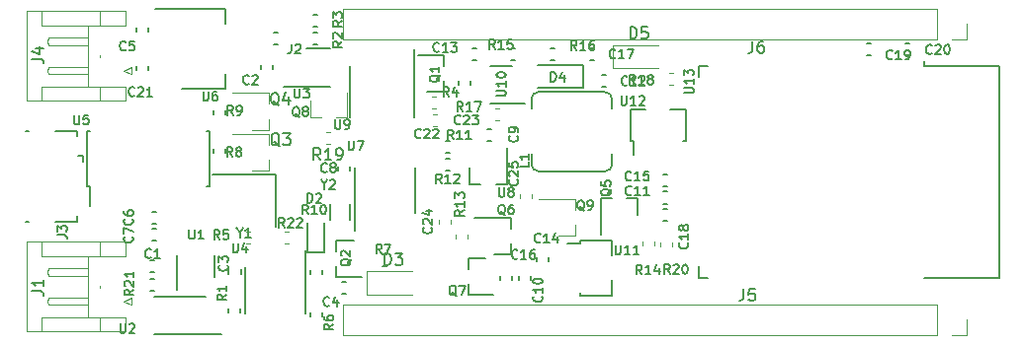
<source format=gbr>
G04 #@! TF.GenerationSoftware,KiCad,Pcbnew,(5.1.8)-1*
G04 #@! TF.CreationDate,2020-12-07T15:13:13+01:00*
G04 #@! TF.ProjectId,SuperPower-uC-KiCad,53757065-7250-46f7-9765-722d75432d4b,rev?*
G04 #@! TF.SameCoordinates,Original*
G04 #@! TF.FileFunction,Legend,Top*
G04 #@! TF.FilePolarity,Positive*
%FSLAX46Y46*%
G04 Gerber Fmt 4.6, Leading zero omitted, Abs format (unit mm)*
G04 Created by KiCad (PCBNEW (5.1.8)-1) date 2020-12-07 15:13:13*
%MOMM*%
%LPD*%
G01*
G04 APERTURE LIST*
%ADD10C,0.120000*%
%ADD11C,0.153000*%
%ADD12C,0.150000*%
G04 APERTURE END LIST*
D10*
X152435000Y-98340200D02*
X156335000Y-98340200D01*
X152435000Y-100340200D02*
X156335000Y-100340200D01*
X152435000Y-98340200D02*
X152435000Y-100340200D01*
X131403800Y-117771200D02*
X131403800Y-119771200D01*
X131403800Y-119771200D02*
X135303800Y-119771200D01*
X131403800Y-117771200D02*
X135303800Y-117771200D01*
X124718867Y-114400400D02*
X124376333Y-114400400D01*
X124718867Y-115420400D02*
X124376333Y-115420400D01*
X128224067Y-105815200D02*
X127881533Y-105815200D01*
X128224067Y-106835200D02*
X127881533Y-106835200D01*
X139012200Y-114626133D02*
X139012200Y-114968667D01*
X140032200Y-114626133D02*
X140032200Y-114968667D01*
X121416867Y-114400400D02*
X121074333Y-114400400D01*
X121416867Y-115420400D02*
X121074333Y-115420400D01*
X145518600Y-111486267D02*
X145518600Y-111143733D01*
X144498600Y-111486267D02*
X144498600Y-111143733D01*
X138559000Y-113670667D02*
X138559000Y-113328133D01*
X137539000Y-113670667D02*
X137539000Y-113328133D01*
X142730067Y-103783200D02*
X142387533Y-103783200D01*
X142730067Y-104803200D02*
X142387533Y-104803200D01*
X156034200Y-115589667D02*
X156034200Y-115247133D01*
X155014200Y-115589667D02*
X155014200Y-115247133D01*
X157558200Y-115258533D02*
X157558200Y-115601067D01*
X156538200Y-115258533D02*
X156538200Y-115601067D01*
X149249800Y-114727600D02*
X149249800Y-113797600D01*
X149249800Y-111567600D02*
X149249800Y-112497600D01*
X149249800Y-111567600D02*
X146089800Y-111567600D01*
X149249800Y-114727600D02*
X147789800Y-114727600D01*
X126527400Y-104580000D02*
X127457400Y-104580000D01*
X129687400Y-104580000D02*
X128757400Y-104580000D01*
X129687400Y-104580000D02*
X129687400Y-102420000D01*
X126527400Y-104580000D02*
X126527400Y-103120000D01*
X123037000Y-109139600D02*
X123037000Y-108209600D01*
X123037000Y-105979600D02*
X123037000Y-106909600D01*
X123037000Y-105979600D02*
X119877000Y-105979600D01*
X123037000Y-109139600D02*
X121577000Y-109139600D01*
X123037000Y-105619200D02*
X123037000Y-104689200D01*
X123037000Y-102459200D02*
X123037000Y-103389200D01*
X123037000Y-102459200D02*
X119877000Y-102459200D01*
X123037000Y-105619200D02*
X121577000Y-105619200D01*
X137356667Y-104291200D02*
X137014133Y-104291200D01*
X137356667Y-105311200D02*
X137014133Y-105311200D01*
X157665267Y-100735200D02*
X157322733Y-100735200D01*
X157665267Y-101755200D02*
X157322733Y-101755200D01*
X137345267Y-102767200D02*
X137002733Y-102767200D01*
X137345267Y-103787200D02*
X137002733Y-103787200D01*
D11*
X123581000Y-113946000D02*
X123581000Y-109446000D01*
X123581000Y-109446000D02*
X118181000Y-109446000D01*
D10*
X182813000Y-121920000D02*
X182813000Y-123250000D01*
X182813000Y-123250000D02*
X181483000Y-123250000D01*
X180213000Y-123250000D02*
X129353000Y-123250000D01*
X129353000Y-120590000D02*
X129353000Y-123250000D01*
X180213000Y-120590000D02*
X129353000Y-120590000D01*
X180213000Y-120590000D02*
X180213000Y-123250000D01*
X182813000Y-96520000D02*
X182813000Y-97850000D01*
X182813000Y-97850000D02*
X181483000Y-97850000D01*
X180213000Y-97850000D02*
X129353000Y-97850000D01*
X129353000Y-95190000D02*
X129353000Y-97850000D01*
X180213000Y-95190000D02*
X129353000Y-95190000D01*
X180213000Y-95190000D02*
X180213000Y-97850000D01*
D11*
X149924600Y-102042000D02*
X149924600Y-100042000D01*
X149924600Y-100042000D02*
X146024600Y-100042000D01*
X149924600Y-102042000D02*
X146024600Y-102042000D01*
X107087500Y-107885000D02*
X106637500Y-107885000D01*
X107087500Y-107885000D02*
X107087500Y-108335000D01*
X106537500Y-113485000D02*
X106537500Y-113035000D01*
X104687500Y-113485000D02*
X106537500Y-113485000D01*
X102137500Y-105685000D02*
X102387500Y-105685000D01*
X102137500Y-113485000D02*
X102387500Y-113485000D01*
X104687500Y-105685000D02*
X106537500Y-105685000D01*
X106537500Y-105685000D02*
X106537500Y-106135000D01*
X152412800Y-107716400D02*
X152412800Y-108566400D01*
X145492800Y-108566400D02*
X145492800Y-107716400D01*
X152412800Y-103016400D02*
X152412800Y-103816400D01*
X146102800Y-102356400D02*
X151752800Y-102356400D01*
X145492800Y-103816400D02*
X145492800Y-102966400D01*
X151802800Y-109176400D02*
X146102800Y-109176400D01*
X145492800Y-102966400D02*
G75*
G02*
X146102800Y-102356400I610000J0D01*
G01*
X151752800Y-102356400D02*
G75*
G02*
X152412800Y-103016400I0J-660000D01*
G01*
X146102800Y-109176400D02*
G75*
G02*
X145492800Y-108566400I0J610000D01*
G01*
X152412800Y-108566400D02*
G75*
G02*
X151802800Y-109176400I-610000J0D01*
G01*
X129970500Y-113367500D02*
X129970500Y-112017500D01*
X128220500Y-113367500D02*
X128220500Y-112017500D01*
X160572000Y-100109000D02*
X159792000Y-100109000D01*
X159792000Y-100109000D02*
X159792000Y-101109000D01*
X160572000Y-118349000D02*
X159792000Y-118349000D01*
X159792000Y-118349000D02*
X159792000Y-117349000D01*
X185537000Y-100109000D02*
X185537000Y-118349000D01*
X185537000Y-118349000D02*
X179117000Y-118349000D01*
X185537000Y-100109000D02*
X179117000Y-100109000D01*
X179117000Y-100109000D02*
X179117000Y-99729000D01*
X157387000Y-103877000D02*
X158697000Y-103877000D01*
X158697000Y-103877000D02*
X158697000Y-106597000D01*
X154207000Y-107737000D02*
X154207000Y-106597000D01*
X153977000Y-103877000D02*
X155287000Y-103877000D01*
X153977000Y-106597000D02*
X153977000Y-103877000D01*
X153977000Y-106597000D02*
X154207000Y-106597000D01*
X158697000Y-106597000D02*
X158467000Y-106597000D01*
X152409000Y-118525000D02*
X152409000Y-119835000D01*
X152409000Y-119835000D02*
X149689000Y-119835000D01*
X148549000Y-115345000D02*
X149689000Y-115345000D01*
X152409000Y-115115000D02*
X152409000Y-116425000D01*
X149689000Y-115115000D02*
X152409000Y-115115000D01*
X149689000Y-115115000D02*
X149689000Y-115345000D01*
X149689000Y-119835000D02*
X149689000Y-119605000D01*
X143804200Y-100119500D02*
X142004200Y-100119500D01*
X142004200Y-103339500D02*
X144954200Y-103339500D01*
X129980000Y-102303500D02*
X129980000Y-104503500D01*
X129980000Y-102303500D02*
X129980000Y-100103500D01*
X135450000Y-102303500D02*
X135450000Y-104503500D01*
X135450000Y-102303500D02*
X135450000Y-98703500D01*
X140218000Y-110337000D02*
X141148000Y-110337000D01*
X143378000Y-110337000D02*
X142448000Y-110337000D01*
X143378000Y-110337000D02*
X143378000Y-107177000D01*
X140218000Y-110337000D02*
X140218000Y-108877000D01*
X135529000Y-110806000D02*
X135529000Y-108856000D01*
X135529000Y-110806000D02*
X135529000Y-112756000D01*
X130409000Y-110806000D02*
X130409000Y-108856000D01*
X130409000Y-110806000D02*
X130409000Y-114256000D01*
X119283000Y-102089000D02*
X119283000Y-100829000D01*
X119283000Y-95269000D02*
X119283000Y-96529000D01*
X115523000Y-102089000D02*
X119283000Y-102089000D01*
X113273000Y-95269000D02*
X119283000Y-95269000D01*
X117909000Y-108077000D02*
X117909000Y-105692000D01*
X117909000Y-105692000D02*
X117654000Y-105692000D01*
X117909000Y-108077000D02*
X117909000Y-110462000D01*
X117909000Y-110462000D02*
X117654000Y-110462000D01*
X107389000Y-108077000D02*
X107389000Y-105692000D01*
X107389000Y-105692000D02*
X107644000Y-105692000D01*
X107389000Y-108077000D02*
X107389000Y-110462000D01*
X107389000Y-110462000D02*
X107644000Y-110462000D01*
X107644000Y-110462000D02*
X107644000Y-112127000D01*
X121011000Y-119401500D02*
X121011000Y-121351500D01*
X121011000Y-119401500D02*
X121011000Y-117451500D01*
X126131000Y-119401500D02*
X126131000Y-121351500D01*
X126131000Y-119401500D02*
X126131000Y-115951500D01*
X126238000Y-98656500D02*
X128238000Y-98656500D01*
X124238000Y-101876500D02*
X128238000Y-101876500D01*
X115374500Y-119929000D02*
X113174500Y-119929000D01*
X115374500Y-119929000D02*
X117574500Y-119929000D01*
X115374500Y-123149000D02*
X113174500Y-123149000D01*
X115374500Y-123149000D02*
X118974500Y-123149000D01*
X118325500Y-118231500D02*
X118325500Y-116431500D01*
X115105500Y-116431500D02*
X115105500Y-119381500D01*
X112844733Y-118425500D02*
X113187267Y-118425500D01*
X112844733Y-119445500D02*
X113187267Y-119445500D01*
X139215400Y-101732667D02*
X139215400Y-101390133D01*
X140235400Y-101732667D02*
X140235400Y-101390133D01*
X147477267Y-99621600D02*
X147134733Y-99621600D01*
X147477267Y-98601600D02*
X147134733Y-98601600D01*
X144101667Y-99621600D02*
X143759133Y-99621600D01*
X144101667Y-98601600D02*
X143759133Y-98601600D01*
X138131733Y-108075000D02*
X138474267Y-108075000D01*
X138131733Y-109095000D02*
X138474267Y-109095000D01*
X138131733Y-106551000D02*
X138474267Y-106551000D01*
X138131733Y-107571000D02*
X138474267Y-107571000D01*
X127535400Y-117623333D02*
X127535400Y-117965867D01*
X126515400Y-117623333D02*
X126515400Y-117965867D01*
X119305800Y-103907333D02*
X119305800Y-104249867D01*
X118285800Y-103907333D02*
X118285800Y-104249867D01*
X118285800Y-107625467D02*
X118285800Y-107282933D01*
X119305800Y-107625467D02*
X119305800Y-107282933D01*
X133100867Y-117350800D02*
X132758333Y-117350800D01*
X133100867Y-116330800D02*
X132758333Y-116330800D01*
X127573500Y-121290233D02*
X127573500Y-121632767D01*
X126553500Y-121290233D02*
X126553500Y-121632767D01*
X127157267Y-96776000D02*
X126814733Y-96776000D01*
X127157267Y-95756000D02*
X126814733Y-95756000D01*
X127157267Y-98250000D02*
X126814733Y-98250000D01*
X127157267Y-97230000D02*
X126814733Y-97230000D01*
X120525000Y-121000733D02*
X120525000Y-121343267D01*
X119505000Y-121000733D02*
X119505000Y-121343267D01*
X140067000Y-116657000D02*
X140067000Y-117587000D01*
X140067000Y-119817000D02*
X140067000Y-118887000D01*
X140067000Y-119817000D02*
X142227000Y-119817000D01*
X140067000Y-116657000D02*
X141527000Y-116657000D01*
X143738000Y-116302400D02*
X143738000Y-115372400D01*
X143738000Y-113142400D02*
X143738000Y-114072400D01*
X143738000Y-113142400D02*
X140578000Y-113142400D01*
X143738000Y-116302400D02*
X142278000Y-116302400D01*
X154612500Y-111468500D02*
X153682500Y-111468500D01*
X151452500Y-111468500D02*
X152382500Y-111468500D01*
X151452500Y-111468500D02*
X151452500Y-114628500D01*
X154612500Y-111468500D02*
X154612500Y-112928500D01*
X128789400Y-115108400D02*
X128789400Y-116038400D01*
X128789400Y-118268400D02*
X128789400Y-117338400D01*
X128789400Y-118268400D02*
X130949400Y-118268400D01*
X128789400Y-115108400D02*
X130249400Y-115108400D01*
X137980200Y-102352800D02*
X137980200Y-101422800D01*
X137980200Y-99192800D02*
X137980200Y-100122800D01*
X137980200Y-99192800D02*
X135820200Y-99192800D01*
X137980200Y-102352800D02*
X136520200Y-102352800D01*
D10*
X108503000Y-101924000D02*
X110703000Y-101924000D01*
X110703000Y-101924000D02*
X110703000Y-103144000D01*
X110703000Y-103144000D02*
X102283000Y-103144000D01*
X102283000Y-103144000D02*
X102283000Y-95424000D01*
X102283000Y-95424000D02*
X110703000Y-95424000D01*
X110703000Y-95424000D02*
X110703000Y-96644000D01*
X110703000Y-96644000D02*
X108503000Y-96644000D01*
X103503000Y-103144000D02*
X103503000Y-101924000D01*
X103503000Y-101924000D02*
X108503000Y-101924000D01*
X108503000Y-101924000D02*
X108503000Y-103144000D01*
X103503000Y-95424000D02*
X103503000Y-96644000D01*
X103503000Y-96644000D02*
X108503000Y-96644000D01*
X108503000Y-96644000D02*
X108503000Y-95424000D01*
X107503000Y-101924000D02*
X107503000Y-96644000D01*
X107503000Y-100534000D02*
X107503000Y-100854000D01*
X107503000Y-100854000D02*
X104083000Y-100854000D01*
X104083000Y-100854000D02*
X104003000Y-100534000D01*
X104003000Y-100534000D02*
X104083000Y-100214000D01*
X104083000Y-100214000D02*
X107503000Y-100214000D01*
X107503000Y-100214000D02*
X107503000Y-100534000D01*
X108503000Y-99364000D02*
X108503000Y-99204000D01*
X107503000Y-98034000D02*
X107503000Y-98354000D01*
X107503000Y-98354000D02*
X104083000Y-98354000D01*
X104083000Y-98354000D02*
X104003000Y-98034000D01*
X104003000Y-98034000D02*
X104083000Y-97714000D01*
X104083000Y-97714000D02*
X107503000Y-97714000D01*
X107503000Y-97714000D02*
X107503000Y-98034000D01*
X110593000Y-100534000D02*
X111193000Y-100834000D01*
X111193000Y-100834000D02*
X111193000Y-100234000D01*
X111193000Y-100234000D02*
X110593000Y-100534000D01*
D11*
X123756267Y-98250000D02*
X123413733Y-98250000D01*
X123756267Y-97230000D02*
X123413733Y-97230000D01*
D10*
X108503000Y-121736000D02*
X110703000Y-121736000D01*
X110703000Y-121736000D02*
X110703000Y-122956000D01*
X110703000Y-122956000D02*
X102283000Y-122956000D01*
X102283000Y-122956000D02*
X102283000Y-115236000D01*
X102283000Y-115236000D02*
X110703000Y-115236000D01*
X110703000Y-115236000D02*
X110703000Y-116456000D01*
X110703000Y-116456000D02*
X108503000Y-116456000D01*
X103503000Y-122956000D02*
X103503000Y-121736000D01*
X103503000Y-121736000D02*
X108503000Y-121736000D01*
X108503000Y-121736000D02*
X108503000Y-122956000D01*
X103503000Y-115236000D02*
X103503000Y-116456000D01*
X103503000Y-116456000D02*
X108503000Y-116456000D01*
X108503000Y-116456000D02*
X108503000Y-115236000D01*
X107503000Y-121736000D02*
X107503000Y-116456000D01*
X107503000Y-120346000D02*
X107503000Y-120666000D01*
X107503000Y-120666000D02*
X104083000Y-120666000D01*
X104083000Y-120666000D02*
X104003000Y-120346000D01*
X104003000Y-120346000D02*
X104083000Y-120026000D01*
X104083000Y-120026000D02*
X107503000Y-120026000D01*
X107503000Y-120026000D02*
X107503000Y-120346000D01*
X108503000Y-119176000D02*
X108503000Y-119016000D01*
X107503000Y-117846000D02*
X107503000Y-118166000D01*
X107503000Y-118166000D02*
X104083000Y-118166000D01*
X104083000Y-118166000D02*
X104003000Y-117846000D01*
X104003000Y-117846000D02*
X104083000Y-117526000D01*
X104083000Y-117526000D02*
X107503000Y-117526000D01*
X107503000Y-117526000D02*
X107503000Y-117846000D01*
X110593000Y-120346000D02*
X111193000Y-120646000D01*
X111193000Y-120646000D02*
X111193000Y-120046000D01*
X111193000Y-120046000D02*
X110593000Y-120346000D01*
D11*
X126290400Y-113641800D02*
X126290400Y-116101800D01*
X126290400Y-116101800D02*
X127760400Y-116101800D01*
X127760400Y-116101800D02*
X127760400Y-113641800D01*
X111631000Y-100487267D02*
X111631000Y-100144733D01*
X112651000Y-100487267D02*
X112651000Y-100144733D01*
X177883667Y-99215200D02*
X177541133Y-99215200D01*
X177883667Y-98195200D02*
X177541133Y-98195200D01*
X174530867Y-99215200D02*
X174188333Y-99215200D01*
X174530867Y-98195200D02*
X174188333Y-98195200D01*
X157157267Y-113413000D02*
X156814733Y-113413000D01*
X157157267Y-112393000D02*
X156814733Y-112393000D01*
X150490133Y-98601600D02*
X150832667Y-98601600D01*
X150490133Y-99621600D02*
X150832667Y-99621600D01*
X142809500Y-118485767D02*
X142809500Y-118143233D01*
X143829500Y-118485767D02*
X143829500Y-118143233D01*
X156800733Y-109422000D02*
X157143267Y-109422000D01*
X156800733Y-110442000D02*
X157143267Y-110442000D01*
X146941000Y-116555733D02*
X146941000Y-116898267D01*
X145921000Y-116555733D02*
X145921000Y-116898267D01*
X140429133Y-98601600D02*
X140771667Y-98601600D01*
X140429133Y-99621600D02*
X140771667Y-99621600D01*
X151554333Y-100938400D02*
X151896867Y-100938400D01*
X151554333Y-101958400D02*
X151896867Y-101958400D01*
X157157267Y-111952500D02*
X156814733Y-111952500D01*
X157157267Y-110932500D02*
X156814733Y-110932500D01*
X144397000Y-118485767D02*
X144397000Y-118143233D01*
X145417000Y-118485767D02*
X145417000Y-118143233D01*
X142016267Y-106555000D02*
X141673733Y-106555000D01*
X142016267Y-105535000D02*
X141673733Y-105535000D01*
X128903000Y-109123267D02*
X128903000Y-108780733D01*
X129923000Y-109123267D02*
X129923000Y-108780733D01*
X113314267Y-115127500D02*
X112971733Y-115127500D01*
X113314267Y-114107500D02*
X112971733Y-114107500D01*
X113314267Y-113667000D02*
X112971733Y-113667000D01*
X113314267Y-112647000D02*
X112971733Y-112647000D01*
X112651000Y-96842733D02*
X112651000Y-97185267D01*
X111631000Y-96842733D02*
X111631000Y-97185267D01*
X129303933Y-118679500D02*
X129646467Y-118679500D01*
X129303933Y-119699500D02*
X129646467Y-119699500D01*
X120588500Y-117621233D02*
X120588500Y-117963767D01*
X119568500Y-117621233D02*
X119568500Y-117963767D01*
X123319000Y-100017733D02*
X123319000Y-100360267D01*
X122299000Y-100017733D02*
X122299000Y-100360267D01*
X112872733Y-116838000D02*
X113215267Y-116838000D01*
X112872733Y-117858000D02*
X113215267Y-117858000D01*
D12*
X153946904Y-97792580D02*
X153946904Y-96792580D01*
X154185000Y-96792580D01*
X154327857Y-96840200D01*
X154423095Y-96935438D01*
X154470714Y-97030676D01*
X154518333Y-97221152D01*
X154518333Y-97364009D01*
X154470714Y-97554485D01*
X154423095Y-97649723D01*
X154327857Y-97744961D01*
X154185000Y-97792580D01*
X153946904Y-97792580D01*
X155423095Y-96792580D02*
X154946904Y-96792580D01*
X154899285Y-97268771D01*
X154946904Y-97221152D01*
X155042142Y-97173533D01*
X155280238Y-97173533D01*
X155375476Y-97221152D01*
X155423095Y-97268771D01*
X155470714Y-97364009D01*
X155470714Y-97602104D01*
X155423095Y-97697342D01*
X155375476Y-97744961D01*
X155280238Y-97792580D01*
X155042142Y-97792580D01*
X154946904Y-97744961D01*
X154899285Y-97697342D01*
X132915704Y-117223580D02*
X132915704Y-116223580D01*
X133153800Y-116223580D01*
X133296657Y-116271200D01*
X133391895Y-116366438D01*
X133439514Y-116461676D01*
X133487133Y-116652152D01*
X133487133Y-116795009D01*
X133439514Y-116985485D01*
X133391895Y-117080723D01*
X133296657Y-117175961D01*
X133153800Y-117223580D01*
X132915704Y-117223580D01*
X133820466Y-116223580D02*
X134439514Y-116223580D01*
X134106180Y-116604533D01*
X134249038Y-116604533D01*
X134344276Y-116652152D01*
X134391895Y-116699771D01*
X134439514Y-116795009D01*
X134439514Y-117033104D01*
X134391895Y-117128342D01*
X134344276Y-117175961D01*
X134249038Y-117223580D01*
X133963323Y-117223580D01*
X133868085Y-117175961D01*
X133820466Y-117128342D01*
X124338114Y-114002304D02*
X124071447Y-113621352D01*
X123880971Y-114002304D02*
X123880971Y-113202304D01*
X124185733Y-113202304D01*
X124261923Y-113240400D01*
X124300019Y-113278495D01*
X124338114Y-113354685D01*
X124338114Y-113468971D01*
X124300019Y-113545161D01*
X124261923Y-113583257D01*
X124185733Y-113621352D01*
X123880971Y-113621352D01*
X124642876Y-113278495D02*
X124680971Y-113240400D01*
X124757161Y-113202304D01*
X124947638Y-113202304D01*
X125023828Y-113240400D01*
X125061923Y-113278495D01*
X125100019Y-113354685D01*
X125100019Y-113430876D01*
X125061923Y-113545161D01*
X124604780Y-114002304D01*
X125100019Y-114002304D01*
X125404780Y-113278495D02*
X125442876Y-113240400D01*
X125519066Y-113202304D01*
X125709542Y-113202304D01*
X125785733Y-113240400D01*
X125823828Y-113278495D01*
X125861923Y-113354685D01*
X125861923Y-113430876D01*
X125823828Y-113545161D01*
X125366685Y-114002304D01*
X125861923Y-114002304D01*
X127409942Y-108207580D02*
X127076609Y-107731390D01*
X126838514Y-108207580D02*
X126838514Y-107207580D01*
X127219466Y-107207580D01*
X127314704Y-107255200D01*
X127362323Y-107302819D01*
X127409942Y-107398057D01*
X127409942Y-107540914D01*
X127362323Y-107636152D01*
X127314704Y-107683771D01*
X127219466Y-107731390D01*
X126838514Y-107731390D01*
X128362323Y-108207580D02*
X127790895Y-108207580D01*
X128076609Y-108207580D02*
X128076609Y-107207580D01*
X127981371Y-107350438D01*
X127886133Y-107445676D01*
X127790895Y-107493295D01*
X128838514Y-108207580D02*
X129028990Y-108207580D01*
X129124228Y-108159961D01*
X129171847Y-108112342D01*
X129267085Y-107969485D01*
X129314704Y-107779009D01*
X129314704Y-107398057D01*
X129267085Y-107302819D01*
X129219466Y-107255200D01*
X129124228Y-107207580D01*
X128933752Y-107207580D01*
X128838514Y-107255200D01*
X128790895Y-107302819D01*
X128743276Y-107398057D01*
X128743276Y-107636152D01*
X128790895Y-107731390D01*
X128838514Y-107779009D01*
X128933752Y-107826628D01*
X129124228Y-107826628D01*
X129219466Y-107779009D01*
X129267085Y-107731390D01*
X129314704Y-107636152D01*
X139731704Y-112529085D02*
X139350752Y-112795752D01*
X139731704Y-112986228D02*
X138931704Y-112986228D01*
X138931704Y-112681466D01*
X138969800Y-112605276D01*
X139007895Y-112567180D01*
X139084085Y-112529085D01*
X139198371Y-112529085D01*
X139274561Y-112567180D01*
X139312657Y-112605276D01*
X139350752Y-112681466D01*
X139350752Y-112986228D01*
X139731704Y-111767180D02*
X139731704Y-112224323D01*
X139731704Y-111995752D02*
X138931704Y-111995752D01*
X139045990Y-112071942D01*
X139122180Y-112148133D01*
X139160276Y-112224323D01*
X138931704Y-111500514D02*
X138931704Y-111005276D01*
X139236466Y-111271942D01*
X139236466Y-111157657D01*
X139274561Y-111081466D01*
X139312657Y-111043371D01*
X139388847Y-111005276D01*
X139579323Y-111005276D01*
X139655514Y-111043371D01*
X139693609Y-111081466D01*
X139731704Y-111157657D01*
X139731704Y-111386228D01*
X139693609Y-111462419D01*
X139655514Y-111500514D01*
X118786866Y-115018304D02*
X118520200Y-114637352D01*
X118329723Y-115018304D02*
X118329723Y-114218304D01*
X118634485Y-114218304D01*
X118710676Y-114256400D01*
X118748771Y-114294495D01*
X118786866Y-114370685D01*
X118786866Y-114484971D01*
X118748771Y-114561161D01*
X118710676Y-114599257D01*
X118634485Y-114637352D01*
X118329723Y-114637352D01*
X119510676Y-114218304D02*
X119129723Y-114218304D01*
X119091628Y-114599257D01*
X119129723Y-114561161D01*
X119205914Y-114523066D01*
X119396390Y-114523066D01*
X119472580Y-114561161D01*
X119510676Y-114599257D01*
X119548771Y-114675447D01*
X119548771Y-114865923D01*
X119510676Y-114942114D01*
X119472580Y-114980209D01*
X119396390Y-115018304D01*
X119205914Y-115018304D01*
X119129723Y-114980209D01*
X119091628Y-114942114D01*
X144278314Y-109887485D02*
X144316409Y-109925580D01*
X144354504Y-110039866D01*
X144354504Y-110116057D01*
X144316409Y-110230342D01*
X144240219Y-110306533D01*
X144164028Y-110344628D01*
X144011647Y-110382723D01*
X143897361Y-110382723D01*
X143744980Y-110344628D01*
X143668790Y-110306533D01*
X143592600Y-110230342D01*
X143554504Y-110116057D01*
X143554504Y-110039866D01*
X143592600Y-109925580D01*
X143630695Y-109887485D01*
X143630695Y-109582723D02*
X143592600Y-109544628D01*
X143554504Y-109468438D01*
X143554504Y-109277961D01*
X143592600Y-109201771D01*
X143630695Y-109163676D01*
X143706885Y-109125580D01*
X143783076Y-109125580D01*
X143897361Y-109163676D01*
X144354504Y-109620819D01*
X144354504Y-109125580D01*
X143554504Y-108401771D02*
X143554504Y-108782723D01*
X143935457Y-108820819D01*
X143897361Y-108782723D01*
X143859266Y-108706533D01*
X143859266Y-108516057D01*
X143897361Y-108439866D01*
X143935457Y-108401771D01*
X144011647Y-108363676D01*
X144202123Y-108363676D01*
X144278314Y-108401771D01*
X144316409Y-108439866D01*
X144354504Y-108516057D01*
X144354504Y-108706533D01*
X144316409Y-108782723D01*
X144278314Y-108820819D01*
X136904714Y-114013685D02*
X136942809Y-114051780D01*
X136980904Y-114166066D01*
X136980904Y-114242257D01*
X136942809Y-114356542D01*
X136866619Y-114432733D01*
X136790428Y-114470828D01*
X136638047Y-114508923D01*
X136523761Y-114508923D01*
X136371380Y-114470828D01*
X136295190Y-114432733D01*
X136219000Y-114356542D01*
X136180904Y-114242257D01*
X136180904Y-114166066D01*
X136219000Y-114051780D01*
X136257095Y-114013685D01*
X136257095Y-113708923D02*
X136219000Y-113670828D01*
X136180904Y-113594638D01*
X136180904Y-113404161D01*
X136219000Y-113327971D01*
X136257095Y-113289876D01*
X136333285Y-113251780D01*
X136409476Y-113251780D01*
X136523761Y-113289876D01*
X136980904Y-113747019D01*
X136980904Y-113251780D01*
X136447571Y-112566066D02*
X136980904Y-112566066D01*
X136142809Y-112756542D02*
X136714238Y-112947019D01*
X136714238Y-112451780D01*
X139414314Y-105086914D02*
X139376219Y-105125009D01*
X139261933Y-105163104D01*
X139185742Y-105163104D01*
X139071457Y-105125009D01*
X138995266Y-105048819D01*
X138957171Y-104972628D01*
X138919076Y-104820247D01*
X138919076Y-104705961D01*
X138957171Y-104553580D01*
X138995266Y-104477390D01*
X139071457Y-104401200D01*
X139185742Y-104363104D01*
X139261933Y-104363104D01*
X139376219Y-104401200D01*
X139414314Y-104439295D01*
X139719076Y-104439295D02*
X139757171Y-104401200D01*
X139833361Y-104363104D01*
X140023838Y-104363104D01*
X140100028Y-104401200D01*
X140138123Y-104439295D01*
X140176219Y-104515485D01*
X140176219Y-104591676D01*
X140138123Y-104705961D01*
X139680980Y-105163104D01*
X140176219Y-105163104D01*
X140442885Y-104363104D02*
X140938123Y-104363104D01*
X140671457Y-104667866D01*
X140785742Y-104667866D01*
X140861933Y-104705961D01*
X140900028Y-104744057D01*
X140938123Y-104820247D01*
X140938123Y-105010723D01*
X140900028Y-105086914D01*
X140861933Y-105125009D01*
X140785742Y-105163104D01*
X140557171Y-105163104D01*
X140480980Y-105125009D01*
X140442885Y-105086914D01*
X154959114Y-118015504D02*
X154692447Y-117634552D01*
X154501971Y-118015504D02*
X154501971Y-117215504D01*
X154806733Y-117215504D01*
X154882923Y-117253600D01*
X154921019Y-117291695D01*
X154959114Y-117367885D01*
X154959114Y-117482171D01*
X154921019Y-117558361D01*
X154882923Y-117596457D01*
X154806733Y-117634552D01*
X154501971Y-117634552D01*
X155721019Y-118015504D02*
X155263876Y-118015504D01*
X155492447Y-118015504D02*
X155492447Y-117215504D01*
X155416257Y-117329790D01*
X155340066Y-117405980D01*
X155263876Y-117444076D01*
X156406733Y-117482171D02*
X156406733Y-118015504D01*
X156216257Y-117177409D02*
X156025780Y-117748838D01*
X156521019Y-117748838D01*
X157346714Y-117964704D02*
X157080047Y-117583752D01*
X156889571Y-117964704D02*
X156889571Y-117164704D01*
X157194333Y-117164704D01*
X157270523Y-117202800D01*
X157308619Y-117240895D01*
X157346714Y-117317085D01*
X157346714Y-117431371D01*
X157308619Y-117507561D01*
X157270523Y-117545657D01*
X157194333Y-117583752D01*
X156889571Y-117583752D01*
X157651476Y-117240895D02*
X157689571Y-117202800D01*
X157765761Y-117164704D01*
X157956238Y-117164704D01*
X158032428Y-117202800D01*
X158070523Y-117240895D01*
X158108619Y-117317085D01*
X158108619Y-117393276D01*
X158070523Y-117507561D01*
X157613380Y-117964704D01*
X158108619Y-117964704D01*
X158603857Y-117164704D02*
X158680047Y-117164704D01*
X158756238Y-117202800D01*
X158794333Y-117240895D01*
X158832428Y-117317085D01*
X158870523Y-117469466D01*
X158870523Y-117659942D01*
X158832428Y-117812323D01*
X158794333Y-117888514D01*
X158756238Y-117926609D01*
X158680047Y-117964704D01*
X158603857Y-117964704D01*
X158527666Y-117926609D01*
X158489571Y-117888514D01*
X158451476Y-117812323D01*
X158413380Y-117659942D01*
X158413380Y-117469466D01*
X158451476Y-117317085D01*
X158489571Y-117240895D01*
X158527666Y-117202800D01*
X158603857Y-117164704D01*
X150012409Y-112554495D02*
X149936219Y-112516400D01*
X149860028Y-112440209D01*
X149745742Y-112325923D01*
X149669552Y-112287828D01*
X149593361Y-112287828D01*
X149631457Y-112478304D02*
X149555266Y-112440209D01*
X149479076Y-112364019D01*
X149440980Y-112211638D01*
X149440980Y-111944971D01*
X149479076Y-111792590D01*
X149555266Y-111716400D01*
X149631457Y-111678304D01*
X149783838Y-111678304D01*
X149860028Y-111716400D01*
X149936219Y-111792590D01*
X149974314Y-111944971D01*
X149974314Y-112211638D01*
X149936219Y-112364019D01*
X149860028Y-112440209D01*
X149783838Y-112478304D01*
X149631457Y-112478304D01*
X150355266Y-112478304D02*
X150507647Y-112478304D01*
X150583838Y-112440209D01*
X150621933Y-112402114D01*
X150698123Y-112287828D01*
X150736219Y-112135447D01*
X150736219Y-111830685D01*
X150698123Y-111754495D01*
X150660028Y-111716400D01*
X150583838Y-111678304D01*
X150431457Y-111678304D01*
X150355266Y-111716400D01*
X150317171Y-111754495D01*
X150279076Y-111830685D01*
X150279076Y-112021161D01*
X150317171Y-112097352D01*
X150355266Y-112135447D01*
X150431457Y-112173542D01*
X150583838Y-112173542D01*
X150660028Y-112135447D01*
X150698123Y-112097352D01*
X150736219Y-112021161D01*
X125628409Y-104528095D02*
X125552219Y-104490000D01*
X125476028Y-104413809D01*
X125361742Y-104299523D01*
X125285552Y-104261428D01*
X125209361Y-104261428D01*
X125247457Y-104451904D02*
X125171266Y-104413809D01*
X125095076Y-104337619D01*
X125056980Y-104185238D01*
X125056980Y-103918571D01*
X125095076Y-103766190D01*
X125171266Y-103690000D01*
X125247457Y-103651904D01*
X125399838Y-103651904D01*
X125476028Y-103690000D01*
X125552219Y-103766190D01*
X125590314Y-103918571D01*
X125590314Y-104185238D01*
X125552219Y-104337619D01*
X125476028Y-104413809D01*
X125399838Y-104451904D01*
X125247457Y-104451904D01*
X126047457Y-103994761D02*
X125971266Y-103956666D01*
X125933171Y-103918571D01*
X125895076Y-103842380D01*
X125895076Y-103804285D01*
X125933171Y-103728095D01*
X125971266Y-103690000D01*
X126047457Y-103651904D01*
X126199838Y-103651904D01*
X126276028Y-103690000D01*
X126314123Y-103728095D01*
X126352219Y-103804285D01*
X126352219Y-103842380D01*
X126314123Y-103918571D01*
X126276028Y-103956666D01*
X126199838Y-103994761D01*
X126047457Y-103994761D01*
X125971266Y-104032857D01*
X125933171Y-104070952D01*
X125895076Y-104147142D01*
X125895076Y-104299523D01*
X125933171Y-104375714D01*
X125971266Y-104413809D01*
X126047457Y-104451904D01*
X126199838Y-104451904D01*
X126276028Y-104413809D01*
X126314123Y-104375714D01*
X126352219Y-104299523D01*
X126352219Y-104147142D01*
X126314123Y-104070952D01*
X126276028Y-104032857D01*
X126199838Y-103994761D01*
X123932961Y-107025219D02*
X123837723Y-106977600D01*
X123742485Y-106882361D01*
X123599628Y-106739504D01*
X123504390Y-106691885D01*
X123409152Y-106691885D01*
X123456771Y-106929980D02*
X123361533Y-106882361D01*
X123266295Y-106787123D01*
X123218676Y-106596647D01*
X123218676Y-106263314D01*
X123266295Y-106072838D01*
X123361533Y-105977600D01*
X123456771Y-105929980D01*
X123647247Y-105929980D01*
X123742485Y-105977600D01*
X123837723Y-106072838D01*
X123885342Y-106263314D01*
X123885342Y-106596647D01*
X123837723Y-106787123D01*
X123742485Y-106882361D01*
X123647247Y-106929980D01*
X123456771Y-106929980D01*
X124218676Y-105929980D02*
X124837723Y-105929980D01*
X124504390Y-106310933D01*
X124647247Y-106310933D01*
X124742485Y-106358552D01*
X124790104Y-106406171D01*
X124837723Y-106501409D01*
X124837723Y-106739504D01*
X124790104Y-106834742D01*
X124742485Y-106882361D01*
X124647247Y-106929980D01*
X124361533Y-106929980D01*
X124266295Y-106882361D01*
X124218676Y-106834742D01*
X123882161Y-103520019D02*
X123786923Y-103472400D01*
X123691685Y-103377161D01*
X123548828Y-103234304D01*
X123453590Y-103186685D01*
X123358352Y-103186685D01*
X123405971Y-103424780D02*
X123310733Y-103377161D01*
X123215495Y-103281923D01*
X123167876Y-103091447D01*
X123167876Y-102758114D01*
X123215495Y-102567638D01*
X123310733Y-102472400D01*
X123405971Y-102424780D01*
X123596447Y-102424780D01*
X123691685Y-102472400D01*
X123786923Y-102567638D01*
X123834542Y-102758114D01*
X123834542Y-103091447D01*
X123786923Y-103281923D01*
X123691685Y-103377161D01*
X123596447Y-103424780D01*
X123405971Y-103424780D01*
X124691685Y-102758114D02*
X124691685Y-103424780D01*
X124453590Y-102377161D02*
X124215495Y-103091447D01*
X124834542Y-103091447D01*
X136010714Y-106255314D02*
X135972619Y-106293409D01*
X135858333Y-106331504D01*
X135782142Y-106331504D01*
X135667857Y-106293409D01*
X135591666Y-106217219D01*
X135553571Y-106141028D01*
X135515476Y-105988647D01*
X135515476Y-105874361D01*
X135553571Y-105721980D01*
X135591666Y-105645790D01*
X135667857Y-105569600D01*
X135782142Y-105531504D01*
X135858333Y-105531504D01*
X135972619Y-105569600D01*
X136010714Y-105607695D01*
X136315476Y-105607695D02*
X136353571Y-105569600D01*
X136429761Y-105531504D01*
X136620238Y-105531504D01*
X136696428Y-105569600D01*
X136734523Y-105607695D01*
X136772619Y-105683885D01*
X136772619Y-105760076D01*
X136734523Y-105874361D01*
X136277380Y-106331504D01*
X136772619Y-106331504D01*
X137077380Y-105607695D02*
X137115476Y-105569600D01*
X137191666Y-105531504D01*
X137382142Y-105531504D01*
X137458333Y-105569600D01*
X137496428Y-105607695D01*
X137534523Y-105683885D01*
X137534523Y-105760076D01*
X137496428Y-105874361D01*
X137039285Y-106331504D01*
X137534523Y-106331504D01*
X154377514Y-101708704D02*
X154110847Y-101327752D01*
X153920371Y-101708704D02*
X153920371Y-100908704D01*
X154225133Y-100908704D01*
X154301323Y-100946800D01*
X154339419Y-100984895D01*
X154377514Y-101061085D01*
X154377514Y-101175371D01*
X154339419Y-101251561D01*
X154301323Y-101289657D01*
X154225133Y-101327752D01*
X153920371Y-101327752D01*
X155139419Y-101708704D02*
X154682276Y-101708704D01*
X154910847Y-101708704D02*
X154910847Y-100908704D01*
X154834657Y-101022990D01*
X154758466Y-101099180D01*
X154682276Y-101137276D01*
X155596561Y-101251561D02*
X155520371Y-101213466D01*
X155482276Y-101175371D01*
X155444180Y-101099180D01*
X155444180Y-101061085D01*
X155482276Y-100984895D01*
X155520371Y-100946800D01*
X155596561Y-100908704D01*
X155748942Y-100908704D01*
X155825133Y-100946800D01*
X155863228Y-100984895D01*
X155901323Y-101061085D01*
X155901323Y-101099180D01*
X155863228Y-101175371D01*
X155825133Y-101213466D01*
X155748942Y-101251561D01*
X155596561Y-101251561D01*
X155520371Y-101289657D01*
X155482276Y-101327752D01*
X155444180Y-101403942D01*
X155444180Y-101556323D01*
X155482276Y-101632514D01*
X155520371Y-101670609D01*
X155596561Y-101708704D01*
X155748942Y-101708704D01*
X155825133Y-101670609D01*
X155863228Y-101632514D01*
X155901323Y-101556323D01*
X155901323Y-101403942D01*
X155863228Y-101327752D01*
X155825133Y-101289657D01*
X155748942Y-101251561D01*
X138423666Y-102724704D02*
X138157000Y-102343752D01*
X137966523Y-102724704D02*
X137966523Y-101924704D01*
X138271285Y-101924704D01*
X138347476Y-101962800D01*
X138385571Y-102000895D01*
X138423666Y-102077085D01*
X138423666Y-102191371D01*
X138385571Y-102267561D01*
X138347476Y-102305657D01*
X138271285Y-102343752D01*
X137966523Y-102343752D01*
X139109380Y-102191371D02*
X139109380Y-102724704D01*
X138918904Y-101886609D02*
X138728428Y-102458038D01*
X139223666Y-102458038D01*
D11*
X120510547Y-114463952D02*
X120510547Y-114844904D01*
X120243880Y-114044904D02*
X120510547Y-114463952D01*
X120777214Y-114044904D01*
X121462928Y-114844904D02*
X121005785Y-114844904D01*
X121234357Y-114844904D02*
X121234357Y-114044904D01*
X121158166Y-114159190D01*
X121081976Y-114235380D01*
X121005785Y-114273476D01*
D12*
X163674466Y-119290380D02*
X163674466Y-120004666D01*
X163626847Y-120147523D01*
X163531609Y-120242761D01*
X163388752Y-120290380D01*
X163293514Y-120290380D01*
X164626847Y-119290380D02*
X164150657Y-119290380D01*
X164103038Y-119766571D01*
X164150657Y-119718952D01*
X164245895Y-119671333D01*
X164483990Y-119671333D01*
X164579228Y-119718952D01*
X164626847Y-119766571D01*
X164674466Y-119861809D01*
X164674466Y-120099904D01*
X164626847Y-120195142D01*
X164579228Y-120242761D01*
X164483990Y-120290380D01*
X164245895Y-120290380D01*
X164150657Y-120242761D01*
X164103038Y-120195142D01*
X164436466Y-98005180D02*
X164436466Y-98719466D01*
X164388847Y-98862323D01*
X164293609Y-98957561D01*
X164150752Y-99005180D01*
X164055514Y-99005180D01*
X165341228Y-98005180D02*
X165150752Y-98005180D01*
X165055514Y-98052800D01*
X165007895Y-98100419D01*
X164912657Y-98243276D01*
X164865038Y-98433752D01*
X164865038Y-98814704D01*
X164912657Y-98909942D01*
X164960276Y-98957561D01*
X165055514Y-99005180D01*
X165245990Y-99005180D01*
X165341228Y-98957561D01*
X165388847Y-98909942D01*
X165436466Y-98814704D01*
X165436466Y-98576609D01*
X165388847Y-98481371D01*
X165341228Y-98433752D01*
X165245990Y-98386133D01*
X165055514Y-98386133D01*
X164960276Y-98433752D01*
X164912657Y-98481371D01*
X164865038Y-98576609D01*
D11*
X147161323Y-101454704D02*
X147161323Y-100654704D01*
X147351800Y-100654704D01*
X147466085Y-100692800D01*
X147542276Y-100768990D01*
X147580371Y-100845180D01*
X147618466Y-100997561D01*
X147618466Y-101111847D01*
X147580371Y-101264228D01*
X147542276Y-101340419D01*
X147466085Y-101416609D01*
X147351800Y-101454704D01*
X147161323Y-101454704D01*
X148304180Y-100921371D02*
X148304180Y-101454704D01*
X148113704Y-100616609D02*
X147923228Y-101188038D01*
X148418466Y-101188038D01*
X104908404Y-114630166D02*
X105479833Y-114630166D01*
X105594119Y-114668261D01*
X105670309Y-114744452D01*
X105708404Y-114858738D01*
X105708404Y-114934928D01*
X104908404Y-114325404D02*
X104908404Y-113830166D01*
X105213166Y-114096833D01*
X105213166Y-113982547D01*
X105251261Y-113906357D01*
X105289357Y-113868261D01*
X105365547Y-113830166D01*
X105556023Y-113830166D01*
X105632214Y-113868261D01*
X105670309Y-113906357D01*
X105708404Y-113982547D01*
X105708404Y-114211119D01*
X105670309Y-114287309D01*
X105632214Y-114325404D01*
X145268904Y-108388933D02*
X145268904Y-108769885D01*
X144468904Y-108769885D01*
X145268904Y-107703219D02*
X145268904Y-108160361D01*
X145268904Y-107931790D02*
X144468904Y-107931790D01*
X144583190Y-108007980D01*
X144659380Y-108084171D01*
X144697476Y-108160361D01*
X127750047Y-110326952D02*
X127750047Y-110707904D01*
X127483380Y-109907904D02*
X127750047Y-110326952D01*
X128016714Y-109907904D01*
X128245285Y-109984095D02*
X128283380Y-109946000D01*
X128359571Y-109907904D01*
X128550047Y-109907904D01*
X128626238Y-109946000D01*
X128664333Y-109984095D01*
X128702428Y-110060285D01*
X128702428Y-110136476D01*
X128664333Y-110250761D01*
X128207190Y-110707904D01*
X128702428Y-110707904D01*
X158565904Y-102463476D02*
X159213523Y-102463476D01*
X159289714Y-102425380D01*
X159327809Y-102387285D01*
X159365904Y-102311095D01*
X159365904Y-102158714D01*
X159327809Y-102082523D01*
X159289714Y-102044428D01*
X159213523Y-102006333D01*
X158565904Y-102006333D01*
X159365904Y-101206333D02*
X159365904Y-101663476D01*
X159365904Y-101434904D02*
X158565904Y-101434904D01*
X158680190Y-101511095D01*
X158756380Y-101587285D01*
X158794476Y-101663476D01*
X158565904Y-100939666D02*
X158565904Y-100444428D01*
X158870666Y-100711095D01*
X158870666Y-100596809D01*
X158908761Y-100520619D01*
X158946857Y-100482523D01*
X159023047Y-100444428D01*
X159213523Y-100444428D01*
X159289714Y-100482523D01*
X159327809Y-100520619D01*
X159365904Y-100596809D01*
X159365904Y-100825380D01*
X159327809Y-100901571D01*
X159289714Y-100939666D01*
X153187523Y-102685904D02*
X153187523Y-103333523D01*
X153225619Y-103409714D01*
X153263714Y-103447809D01*
X153339904Y-103485904D01*
X153492285Y-103485904D01*
X153568476Y-103447809D01*
X153606571Y-103409714D01*
X153644666Y-103333523D01*
X153644666Y-102685904D01*
X154444666Y-103485904D02*
X153987523Y-103485904D01*
X154216095Y-103485904D02*
X154216095Y-102685904D01*
X154139904Y-102800190D01*
X154063714Y-102876380D01*
X153987523Y-102914476D01*
X154749428Y-102762095D02*
X154787523Y-102724000D01*
X154863714Y-102685904D01*
X155054190Y-102685904D01*
X155130380Y-102724000D01*
X155168476Y-102762095D01*
X155206571Y-102838285D01*
X155206571Y-102914476D01*
X155168476Y-103028761D01*
X154711333Y-103485904D01*
X155206571Y-103485904D01*
X152679523Y-115512904D02*
X152679523Y-116160523D01*
X152717619Y-116236714D01*
X152755714Y-116274809D01*
X152831904Y-116312904D01*
X152984285Y-116312904D01*
X153060476Y-116274809D01*
X153098571Y-116236714D01*
X153136666Y-116160523D01*
X153136666Y-115512904D01*
X153936666Y-116312904D02*
X153479523Y-116312904D01*
X153708095Y-116312904D02*
X153708095Y-115512904D01*
X153631904Y-115627190D01*
X153555714Y-115703380D01*
X153479523Y-115741476D01*
X154698571Y-116312904D02*
X154241428Y-116312904D01*
X154470000Y-116312904D02*
X154470000Y-115512904D01*
X154393809Y-115627190D01*
X154317619Y-115703380D01*
X154241428Y-115741476D01*
X142487704Y-102692876D02*
X143135323Y-102692876D01*
X143211514Y-102654780D01*
X143249609Y-102616685D01*
X143287704Y-102540495D01*
X143287704Y-102388114D01*
X143249609Y-102311923D01*
X143211514Y-102273828D01*
X143135323Y-102235733D01*
X142487704Y-102235733D01*
X143287704Y-101435733D02*
X143287704Y-101892876D01*
X143287704Y-101664304D02*
X142487704Y-101664304D01*
X142601990Y-101740495D01*
X142678180Y-101816685D01*
X142716276Y-101892876D01*
X142487704Y-100940495D02*
X142487704Y-100864304D01*
X142525800Y-100788114D01*
X142563895Y-100750019D01*
X142640085Y-100711923D01*
X142792466Y-100673828D01*
X142982942Y-100673828D01*
X143135323Y-100711923D01*
X143211514Y-100750019D01*
X143249609Y-100788114D01*
X143287704Y-100864304D01*
X143287704Y-100940495D01*
X143249609Y-101016685D01*
X143211514Y-101054780D01*
X143135323Y-101092876D01*
X142982942Y-101130971D01*
X142792466Y-101130971D01*
X142640085Y-101092876D01*
X142563895Y-101054780D01*
X142525800Y-101016685D01*
X142487704Y-100940495D01*
X128676476Y-104717904D02*
X128676476Y-105365523D01*
X128714571Y-105441714D01*
X128752666Y-105479809D01*
X128828857Y-105517904D01*
X128981238Y-105517904D01*
X129057428Y-105479809D01*
X129095523Y-105441714D01*
X129133619Y-105365523D01*
X129133619Y-104717904D01*
X129552666Y-105517904D02*
X129705047Y-105517904D01*
X129781238Y-105479809D01*
X129819333Y-105441714D01*
X129895523Y-105327428D01*
X129933619Y-105175047D01*
X129933619Y-104870285D01*
X129895523Y-104794095D01*
X129857428Y-104756000D01*
X129781238Y-104717904D01*
X129628857Y-104717904D01*
X129552666Y-104756000D01*
X129514571Y-104794095D01*
X129476476Y-104870285D01*
X129476476Y-105060761D01*
X129514571Y-105136952D01*
X129552666Y-105175047D01*
X129628857Y-105213142D01*
X129781238Y-105213142D01*
X129857428Y-105175047D01*
X129895523Y-105136952D01*
X129933619Y-105060761D01*
X142709976Y-110559904D02*
X142709976Y-111207523D01*
X142748071Y-111283714D01*
X142786166Y-111321809D01*
X142862357Y-111359904D01*
X143014738Y-111359904D01*
X143090928Y-111321809D01*
X143129023Y-111283714D01*
X143167119Y-111207523D01*
X143167119Y-110559904D01*
X143662357Y-110902761D02*
X143586166Y-110864666D01*
X143548071Y-110826571D01*
X143509976Y-110750380D01*
X143509976Y-110712285D01*
X143548071Y-110636095D01*
X143586166Y-110598000D01*
X143662357Y-110559904D01*
X143814738Y-110559904D01*
X143890928Y-110598000D01*
X143929023Y-110636095D01*
X143967119Y-110712285D01*
X143967119Y-110750380D01*
X143929023Y-110826571D01*
X143890928Y-110864666D01*
X143814738Y-110902761D01*
X143662357Y-110902761D01*
X143586166Y-110940857D01*
X143548071Y-110978952D01*
X143509976Y-111055142D01*
X143509976Y-111207523D01*
X143548071Y-111283714D01*
X143586166Y-111321809D01*
X143662357Y-111359904D01*
X143814738Y-111359904D01*
X143890928Y-111321809D01*
X143929023Y-111283714D01*
X143967119Y-111207523D01*
X143967119Y-111055142D01*
X143929023Y-110978952D01*
X143890928Y-110940857D01*
X143814738Y-110902761D01*
X129819476Y-106547504D02*
X129819476Y-107195123D01*
X129857571Y-107271314D01*
X129895666Y-107309409D01*
X129971857Y-107347504D01*
X130124238Y-107347504D01*
X130200428Y-107309409D01*
X130238523Y-107271314D01*
X130276619Y-107195123D01*
X130276619Y-106547504D01*
X130581380Y-106547504D02*
X131114714Y-106547504D01*
X130771857Y-107347504D01*
X117373476Y-102304904D02*
X117373476Y-102952523D01*
X117411571Y-103028714D01*
X117449666Y-103066809D01*
X117525857Y-103104904D01*
X117678238Y-103104904D01*
X117754428Y-103066809D01*
X117792523Y-103028714D01*
X117830619Y-102952523D01*
X117830619Y-102304904D01*
X118554428Y-102304904D02*
X118402047Y-102304904D01*
X118325857Y-102343000D01*
X118287761Y-102381095D01*
X118211571Y-102495380D01*
X118173476Y-102647761D01*
X118173476Y-102952523D01*
X118211571Y-103028714D01*
X118249666Y-103066809D01*
X118325857Y-103104904D01*
X118478238Y-103104904D01*
X118554428Y-103066809D01*
X118592523Y-103028714D01*
X118630619Y-102952523D01*
X118630619Y-102762047D01*
X118592523Y-102685857D01*
X118554428Y-102647761D01*
X118478238Y-102609666D01*
X118325857Y-102609666D01*
X118249666Y-102647761D01*
X118211571Y-102685857D01*
X118173476Y-102762047D01*
X106324476Y-104336904D02*
X106324476Y-104984523D01*
X106362571Y-105060714D01*
X106400666Y-105098809D01*
X106476857Y-105136904D01*
X106629238Y-105136904D01*
X106705428Y-105098809D01*
X106743523Y-105060714D01*
X106781619Y-104984523D01*
X106781619Y-104336904D01*
X107543523Y-104336904D02*
X107162571Y-104336904D01*
X107124476Y-104717857D01*
X107162571Y-104679761D01*
X107238761Y-104641666D01*
X107429238Y-104641666D01*
X107505428Y-104679761D01*
X107543523Y-104717857D01*
X107581619Y-104794047D01*
X107581619Y-104984523D01*
X107543523Y-105060714D01*
X107505428Y-105098809D01*
X107429238Y-105136904D01*
X107238761Y-105136904D01*
X107162571Y-105098809D01*
X107124476Y-105060714D01*
X119913476Y-115357904D02*
X119913476Y-116005523D01*
X119951571Y-116081714D01*
X119989666Y-116119809D01*
X120065857Y-116157904D01*
X120218238Y-116157904D01*
X120294428Y-116119809D01*
X120332523Y-116081714D01*
X120370619Y-116005523D01*
X120370619Y-115357904D01*
X121094428Y-115624571D02*
X121094428Y-116157904D01*
X120903952Y-115319809D02*
X120713476Y-115891238D01*
X121208714Y-115891238D01*
X125196676Y-102077104D02*
X125196676Y-102724723D01*
X125234771Y-102800914D01*
X125272866Y-102839009D01*
X125349057Y-102877104D01*
X125501438Y-102877104D01*
X125577628Y-102839009D01*
X125615723Y-102800914D01*
X125653819Y-102724723D01*
X125653819Y-102077104D01*
X125958580Y-102077104D02*
X126453819Y-102077104D01*
X126187152Y-102381866D01*
X126301438Y-102381866D01*
X126377628Y-102419961D01*
X126415723Y-102458057D01*
X126453819Y-102534247D01*
X126453819Y-102724723D01*
X126415723Y-102800914D01*
X126377628Y-102839009D01*
X126301438Y-102877104D01*
X126072866Y-102877104D01*
X125996676Y-102839009D01*
X125958580Y-102800914D01*
X110261476Y-122243904D02*
X110261476Y-122891523D01*
X110299571Y-122967714D01*
X110337666Y-123005809D01*
X110413857Y-123043904D01*
X110566238Y-123043904D01*
X110642428Y-123005809D01*
X110680523Y-122967714D01*
X110718619Y-122891523D01*
X110718619Y-122243904D01*
X111061476Y-122320095D02*
X111099571Y-122282000D01*
X111175761Y-122243904D01*
X111366238Y-122243904D01*
X111442428Y-122282000D01*
X111480523Y-122320095D01*
X111518619Y-122396285D01*
X111518619Y-122472476D01*
X111480523Y-122586761D01*
X111023380Y-123043904D01*
X111518619Y-123043904D01*
X116166976Y-114192904D02*
X116166976Y-114840523D01*
X116205071Y-114916714D01*
X116243166Y-114954809D01*
X116319357Y-114992904D01*
X116471738Y-114992904D01*
X116547928Y-114954809D01*
X116586023Y-114916714D01*
X116624119Y-114840523D01*
X116624119Y-114192904D01*
X117424119Y-114992904D02*
X116966976Y-114992904D01*
X117195547Y-114992904D02*
X117195547Y-114192904D01*
X117119357Y-114307190D01*
X117043166Y-114383380D01*
X116966976Y-114421476D01*
X111423404Y-119336285D02*
X111042452Y-119602952D01*
X111423404Y-119793428D02*
X110623404Y-119793428D01*
X110623404Y-119488666D01*
X110661500Y-119412476D01*
X110699595Y-119374380D01*
X110775785Y-119336285D01*
X110890071Y-119336285D01*
X110966261Y-119374380D01*
X111004357Y-119412476D01*
X111042452Y-119488666D01*
X111042452Y-119793428D01*
X110699595Y-119031523D02*
X110661500Y-118993428D01*
X110623404Y-118917238D01*
X110623404Y-118726761D01*
X110661500Y-118650571D01*
X110699595Y-118612476D01*
X110775785Y-118574380D01*
X110851976Y-118574380D01*
X110966261Y-118612476D01*
X111423404Y-119069619D01*
X111423404Y-118574380D01*
X111423404Y-117812476D02*
X111423404Y-118269619D01*
X111423404Y-118041047D02*
X110623404Y-118041047D01*
X110737690Y-118117238D01*
X110813880Y-118193428D01*
X110851976Y-118269619D01*
X139617514Y-103994704D02*
X139350847Y-103613752D01*
X139160371Y-103994704D02*
X139160371Y-103194704D01*
X139465133Y-103194704D01*
X139541323Y-103232800D01*
X139579419Y-103270895D01*
X139617514Y-103347085D01*
X139617514Y-103461371D01*
X139579419Y-103537561D01*
X139541323Y-103575657D01*
X139465133Y-103613752D01*
X139160371Y-103613752D01*
X140379419Y-103994704D02*
X139922276Y-103994704D01*
X140150847Y-103994704D02*
X140150847Y-103194704D01*
X140074657Y-103308990D01*
X139998466Y-103385180D01*
X139922276Y-103423276D01*
X140646085Y-103194704D02*
X141179419Y-103194704D01*
X140836561Y-103994704D01*
X149371114Y-98762304D02*
X149104447Y-98381352D01*
X148913971Y-98762304D02*
X148913971Y-97962304D01*
X149218733Y-97962304D01*
X149294923Y-98000400D01*
X149333019Y-98038495D01*
X149371114Y-98114685D01*
X149371114Y-98228971D01*
X149333019Y-98305161D01*
X149294923Y-98343257D01*
X149218733Y-98381352D01*
X148913971Y-98381352D01*
X150133019Y-98762304D02*
X149675876Y-98762304D01*
X149904447Y-98762304D02*
X149904447Y-97962304D01*
X149828257Y-98076590D01*
X149752066Y-98152780D01*
X149675876Y-98190876D01*
X150818733Y-97962304D02*
X150666352Y-97962304D01*
X150590161Y-98000400D01*
X150552066Y-98038495D01*
X150475876Y-98152780D01*
X150437780Y-98305161D01*
X150437780Y-98609923D01*
X150475876Y-98686114D01*
X150513971Y-98724209D01*
X150590161Y-98762304D01*
X150742542Y-98762304D01*
X150818733Y-98724209D01*
X150856828Y-98686114D01*
X150894923Y-98609923D01*
X150894923Y-98419447D01*
X150856828Y-98343257D01*
X150818733Y-98305161D01*
X150742542Y-98267066D01*
X150590161Y-98267066D01*
X150513971Y-98305161D01*
X150475876Y-98343257D01*
X150437780Y-98419447D01*
X142360714Y-98660704D02*
X142094047Y-98279752D01*
X141903571Y-98660704D02*
X141903571Y-97860704D01*
X142208333Y-97860704D01*
X142284523Y-97898800D01*
X142322619Y-97936895D01*
X142360714Y-98013085D01*
X142360714Y-98127371D01*
X142322619Y-98203561D01*
X142284523Y-98241657D01*
X142208333Y-98279752D01*
X141903571Y-98279752D01*
X143122619Y-98660704D02*
X142665476Y-98660704D01*
X142894047Y-98660704D02*
X142894047Y-97860704D01*
X142817857Y-97974990D01*
X142741666Y-98051180D01*
X142665476Y-98089276D01*
X143846428Y-97860704D02*
X143465476Y-97860704D01*
X143427380Y-98241657D01*
X143465476Y-98203561D01*
X143541666Y-98165466D01*
X143732142Y-98165466D01*
X143808333Y-98203561D01*
X143846428Y-98241657D01*
X143884523Y-98317847D01*
X143884523Y-98508323D01*
X143846428Y-98584514D01*
X143808333Y-98622609D01*
X143732142Y-98660704D01*
X143541666Y-98660704D01*
X143465476Y-98622609D01*
X143427380Y-98584514D01*
X137788714Y-110216904D02*
X137522047Y-109835952D01*
X137331571Y-110216904D02*
X137331571Y-109416904D01*
X137636333Y-109416904D01*
X137712523Y-109455000D01*
X137750619Y-109493095D01*
X137788714Y-109569285D01*
X137788714Y-109683571D01*
X137750619Y-109759761D01*
X137712523Y-109797857D01*
X137636333Y-109835952D01*
X137331571Y-109835952D01*
X138550619Y-110216904D02*
X138093476Y-110216904D01*
X138322047Y-110216904D02*
X138322047Y-109416904D01*
X138245857Y-109531190D01*
X138169666Y-109607380D01*
X138093476Y-109645476D01*
X138855380Y-109493095D02*
X138893476Y-109455000D01*
X138969666Y-109416904D01*
X139160142Y-109416904D01*
X139236333Y-109455000D01*
X139274428Y-109493095D01*
X139312523Y-109569285D01*
X139312523Y-109645476D01*
X139274428Y-109759761D01*
X138817285Y-110216904D01*
X139312523Y-110216904D01*
X138804714Y-106433104D02*
X138538047Y-106052152D01*
X138347571Y-106433104D02*
X138347571Y-105633104D01*
X138652333Y-105633104D01*
X138728523Y-105671200D01*
X138766619Y-105709295D01*
X138804714Y-105785485D01*
X138804714Y-105899771D01*
X138766619Y-105975961D01*
X138728523Y-106014057D01*
X138652333Y-106052152D01*
X138347571Y-106052152D01*
X139566619Y-106433104D02*
X139109476Y-106433104D01*
X139338047Y-106433104D02*
X139338047Y-105633104D01*
X139261857Y-105747390D01*
X139185666Y-105823580D01*
X139109476Y-105861676D01*
X140328523Y-106433104D02*
X139871380Y-106433104D01*
X140099952Y-106433104D02*
X140099952Y-105633104D01*
X140023761Y-105747390D01*
X139947571Y-105823580D01*
X139871380Y-105861676D01*
X126378614Y-112860004D02*
X126111947Y-112479052D01*
X125921471Y-112860004D02*
X125921471Y-112060004D01*
X126226233Y-112060004D01*
X126302423Y-112098100D01*
X126340519Y-112136195D01*
X126378614Y-112212385D01*
X126378614Y-112326671D01*
X126340519Y-112402861D01*
X126302423Y-112440957D01*
X126226233Y-112479052D01*
X125921471Y-112479052D01*
X127140519Y-112860004D02*
X126683376Y-112860004D01*
X126911947Y-112860004D02*
X126911947Y-112060004D01*
X126835757Y-112174290D01*
X126759566Y-112250480D01*
X126683376Y-112288576D01*
X127635757Y-112060004D02*
X127711947Y-112060004D01*
X127788138Y-112098100D01*
X127826233Y-112136195D01*
X127864328Y-112212385D01*
X127902423Y-112364766D01*
X127902423Y-112555242D01*
X127864328Y-112707623D01*
X127826233Y-112783814D01*
X127788138Y-112821909D01*
X127711947Y-112860004D01*
X127635757Y-112860004D01*
X127559566Y-112821909D01*
X127521471Y-112783814D01*
X127483376Y-112707623D01*
X127445280Y-112555242D01*
X127445280Y-112364766D01*
X127483376Y-112212385D01*
X127521471Y-112136195D01*
X127559566Y-112098100D01*
X127635757Y-112060004D01*
X119932466Y-104350304D02*
X119665800Y-103969352D01*
X119475323Y-104350304D02*
X119475323Y-103550304D01*
X119780085Y-103550304D01*
X119856276Y-103588400D01*
X119894371Y-103626495D01*
X119932466Y-103702685D01*
X119932466Y-103816971D01*
X119894371Y-103893161D01*
X119856276Y-103931257D01*
X119780085Y-103969352D01*
X119475323Y-103969352D01*
X120313419Y-104350304D02*
X120465800Y-104350304D01*
X120541990Y-104312209D01*
X120580085Y-104274114D01*
X120656276Y-104159828D01*
X120694371Y-104007447D01*
X120694371Y-103702685D01*
X120656276Y-103626495D01*
X120618180Y-103588400D01*
X120541990Y-103550304D01*
X120389609Y-103550304D01*
X120313419Y-103588400D01*
X120275323Y-103626495D01*
X120237228Y-103702685D01*
X120237228Y-103893161D01*
X120275323Y-103969352D01*
X120313419Y-104007447D01*
X120389609Y-104045542D01*
X120541990Y-104045542D01*
X120618180Y-104007447D01*
X120656276Y-103969352D01*
X120694371Y-103893161D01*
X119881666Y-107906304D02*
X119615000Y-107525352D01*
X119424523Y-107906304D02*
X119424523Y-107106304D01*
X119729285Y-107106304D01*
X119805476Y-107144400D01*
X119843571Y-107182495D01*
X119881666Y-107258685D01*
X119881666Y-107372971D01*
X119843571Y-107449161D01*
X119805476Y-107487257D01*
X119729285Y-107525352D01*
X119424523Y-107525352D01*
X120338809Y-107449161D02*
X120262619Y-107411066D01*
X120224523Y-107372971D01*
X120186428Y-107296780D01*
X120186428Y-107258685D01*
X120224523Y-107182495D01*
X120262619Y-107144400D01*
X120338809Y-107106304D01*
X120491190Y-107106304D01*
X120567380Y-107144400D01*
X120605476Y-107182495D01*
X120643571Y-107258685D01*
X120643571Y-107296780D01*
X120605476Y-107372971D01*
X120567380Y-107411066D01*
X120491190Y-107449161D01*
X120338809Y-107449161D01*
X120262619Y-107487257D01*
X120224523Y-107525352D01*
X120186428Y-107601542D01*
X120186428Y-107753923D01*
X120224523Y-107830114D01*
X120262619Y-107868209D01*
X120338809Y-107906304D01*
X120491190Y-107906304D01*
X120567380Y-107868209D01*
X120605476Y-107830114D01*
X120643571Y-107753923D01*
X120643571Y-107601542D01*
X120605476Y-107525352D01*
X120567380Y-107487257D01*
X120491190Y-107449161D01*
X132655266Y-116250204D02*
X132388600Y-115869252D01*
X132198123Y-116250204D02*
X132198123Y-115450204D01*
X132502885Y-115450204D01*
X132579076Y-115488300D01*
X132617171Y-115526395D01*
X132655266Y-115602585D01*
X132655266Y-115716871D01*
X132617171Y-115793061D01*
X132579076Y-115831157D01*
X132502885Y-115869252D01*
X132198123Y-115869252D01*
X132921933Y-115450204D02*
X133455266Y-115450204D01*
X133112409Y-116250204D01*
X128504904Y-122307333D02*
X128123952Y-122574000D01*
X128504904Y-122764476D02*
X127704904Y-122764476D01*
X127704904Y-122459714D01*
X127743000Y-122383523D01*
X127781095Y-122345428D01*
X127857285Y-122307333D01*
X127971571Y-122307333D01*
X128047761Y-122345428D01*
X128085857Y-122383523D01*
X128123952Y-122459714D01*
X128123952Y-122764476D01*
X127704904Y-121621619D02*
X127704904Y-121774000D01*
X127743000Y-121850190D01*
X127781095Y-121888285D01*
X127895380Y-121964476D01*
X128047761Y-122002571D01*
X128352523Y-122002571D01*
X128428714Y-121964476D01*
X128466809Y-121926380D01*
X128504904Y-121850190D01*
X128504904Y-121697809D01*
X128466809Y-121621619D01*
X128428714Y-121583523D01*
X128352523Y-121545428D01*
X128162047Y-121545428D01*
X128085857Y-121583523D01*
X128047761Y-121621619D01*
X128009666Y-121697809D01*
X128009666Y-121850190D01*
X128047761Y-121926380D01*
X128085857Y-121964476D01*
X128162047Y-122002571D01*
X129266904Y-96272333D02*
X128885952Y-96539000D01*
X129266904Y-96729476D02*
X128466904Y-96729476D01*
X128466904Y-96424714D01*
X128505000Y-96348523D01*
X128543095Y-96310428D01*
X128619285Y-96272333D01*
X128733571Y-96272333D01*
X128809761Y-96310428D01*
X128847857Y-96348523D01*
X128885952Y-96424714D01*
X128885952Y-96729476D01*
X128466904Y-96005666D02*
X128466904Y-95510428D01*
X128771666Y-95777095D01*
X128771666Y-95662809D01*
X128809761Y-95586619D01*
X128847857Y-95548523D01*
X128924047Y-95510428D01*
X129114523Y-95510428D01*
X129190714Y-95548523D01*
X129228809Y-95586619D01*
X129266904Y-95662809D01*
X129266904Y-95891380D01*
X129228809Y-95967571D01*
X129190714Y-96005666D01*
X129266904Y-98063833D02*
X128885952Y-98330500D01*
X129266904Y-98520976D02*
X128466904Y-98520976D01*
X128466904Y-98216214D01*
X128505000Y-98140023D01*
X128543095Y-98101928D01*
X128619285Y-98063833D01*
X128733571Y-98063833D01*
X128809761Y-98101928D01*
X128847857Y-98140023D01*
X128885952Y-98216214D01*
X128885952Y-98520976D01*
X128543095Y-97759071D02*
X128505000Y-97720976D01*
X128466904Y-97644785D01*
X128466904Y-97454309D01*
X128505000Y-97378119D01*
X128543095Y-97340023D01*
X128619285Y-97301928D01*
X128695476Y-97301928D01*
X128809761Y-97340023D01*
X129266904Y-97797166D01*
X129266904Y-97301928D01*
X119360904Y-119767333D02*
X118979952Y-120034000D01*
X119360904Y-120224476D02*
X118560904Y-120224476D01*
X118560904Y-119919714D01*
X118599000Y-119843523D01*
X118637095Y-119805428D01*
X118713285Y-119767333D01*
X118827571Y-119767333D01*
X118903761Y-119805428D01*
X118941857Y-119843523D01*
X118979952Y-119919714D01*
X118979952Y-120224476D01*
X119360904Y-119005428D02*
X119360904Y-119462571D01*
X119360904Y-119234000D02*
X118560904Y-119234000D01*
X118675190Y-119310190D01*
X118751380Y-119386380D01*
X118789476Y-119462571D01*
X139052309Y-119881595D02*
X138976119Y-119843500D01*
X138899928Y-119767309D01*
X138785642Y-119653023D01*
X138709452Y-119614928D01*
X138633261Y-119614928D01*
X138671357Y-119805404D02*
X138595166Y-119767309D01*
X138518976Y-119691119D01*
X138480880Y-119538738D01*
X138480880Y-119272071D01*
X138518976Y-119119690D01*
X138595166Y-119043500D01*
X138671357Y-119005404D01*
X138823738Y-119005404D01*
X138899928Y-119043500D01*
X138976119Y-119119690D01*
X139014214Y-119272071D01*
X139014214Y-119538738D01*
X138976119Y-119691119D01*
X138899928Y-119767309D01*
X138823738Y-119805404D01*
X138671357Y-119805404D01*
X139280880Y-119005404D02*
X139814214Y-119005404D01*
X139471357Y-119805404D01*
X143243309Y-112935495D02*
X143167119Y-112897400D01*
X143090928Y-112821209D01*
X142976642Y-112706923D01*
X142900452Y-112668828D01*
X142824261Y-112668828D01*
X142862357Y-112859304D02*
X142786166Y-112821209D01*
X142709976Y-112745019D01*
X142671880Y-112592638D01*
X142671880Y-112325971D01*
X142709976Y-112173590D01*
X142786166Y-112097400D01*
X142862357Y-112059304D01*
X143014738Y-112059304D01*
X143090928Y-112097400D01*
X143167119Y-112173590D01*
X143205214Y-112325971D01*
X143205214Y-112592638D01*
X143167119Y-112745019D01*
X143090928Y-112821209D01*
X143014738Y-112859304D01*
X142862357Y-112859304D01*
X143890928Y-112059304D02*
X143738547Y-112059304D01*
X143662357Y-112097400D01*
X143624261Y-112135495D01*
X143548071Y-112249780D01*
X143509976Y-112402161D01*
X143509976Y-112706923D01*
X143548071Y-112783114D01*
X143586166Y-112821209D01*
X143662357Y-112859304D01*
X143814738Y-112859304D01*
X143890928Y-112821209D01*
X143929023Y-112783114D01*
X143967119Y-112706923D01*
X143967119Y-112516447D01*
X143929023Y-112440257D01*
X143890928Y-112402161D01*
X143814738Y-112364066D01*
X143662357Y-112364066D01*
X143586166Y-112402161D01*
X143548071Y-112440257D01*
X143509976Y-112516447D01*
X152330095Y-110693190D02*
X152292000Y-110769380D01*
X152215809Y-110845571D01*
X152101523Y-110959857D01*
X152063428Y-111036047D01*
X152063428Y-111112238D01*
X152253904Y-111074142D02*
X152215809Y-111150333D01*
X152139619Y-111226523D01*
X151987238Y-111264619D01*
X151720571Y-111264619D01*
X151568190Y-111226523D01*
X151492000Y-111150333D01*
X151453904Y-111074142D01*
X151453904Y-110921761D01*
X151492000Y-110845571D01*
X151568190Y-110769380D01*
X151720571Y-110731285D01*
X151987238Y-110731285D01*
X152139619Y-110769380D01*
X152215809Y-110845571D01*
X152253904Y-110921761D01*
X152253904Y-111074142D01*
X151453904Y-110007476D02*
X151453904Y-110388428D01*
X151834857Y-110426523D01*
X151796761Y-110388428D01*
X151758666Y-110312238D01*
X151758666Y-110121761D01*
X151796761Y-110045571D01*
X151834857Y-110007476D01*
X151911047Y-109969380D01*
X152101523Y-109969380D01*
X152177714Y-110007476D01*
X152215809Y-110045571D01*
X152253904Y-110121761D01*
X152253904Y-110312238D01*
X152215809Y-110388428D01*
X152177714Y-110426523D01*
X130034995Y-116703590D02*
X129996900Y-116779780D01*
X129920709Y-116855971D01*
X129806423Y-116970257D01*
X129768328Y-117046447D01*
X129768328Y-117122638D01*
X129958804Y-117084542D02*
X129920709Y-117160733D01*
X129844519Y-117236923D01*
X129692138Y-117275019D01*
X129425471Y-117275019D01*
X129273090Y-117236923D01*
X129196900Y-117160733D01*
X129158804Y-117084542D01*
X129158804Y-116932161D01*
X129196900Y-116855971D01*
X129273090Y-116779780D01*
X129425471Y-116741685D01*
X129692138Y-116741685D01*
X129844519Y-116779780D01*
X129920709Y-116855971D01*
X129958804Y-116932161D01*
X129958804Y-117084542D01*
X129234995Y-116436923D02*
X129196900Y-116398828D01*
X129158804Y-116322638D01*
X129158804Y-116132161D01*
X129196900Y-116055971D01*
X129234995Y-116017876D01*
X129311185Y-115979780D01*
X129387376Y-115979780D01*
X129501661Y-116017876D01*
X129958804Y-116475019D01*
X129958804Y-115979780D01*
X137674295Y-100914990D02*
X137636200Y-100991180D01*
X137560009Y-101067371D01*
X137445723Y-101181657D01*
X137407628Y-101257847D01*
X137407628Y-101334038D01*
X137598104Y-101295942D02*
X137560009Y-101372133D01*
X137483819Y-101448323D01*
X137331438Y-101486419D01*
X137064771Y-101486419D01*
X136912390Y-101448323D01*
X136836200Y-101372133D01*
X136798104Y-101295942D01*
X136798104Y-101143561D01*
X136836200Y-101067371D01*
X136912390Y-100991180D01*
X137064771Y-100953085D01*
X137331438Y-100953085D01*
X137483819Y-100991180D01*
X137560009Y-101067371D01*
X137598104Y-101143561D01*
X137598104Y-101295942D01*
X137598104Y-100191180D02*
X137598104Y-100648323D01*
X137598104Y-100419752D02*
X136798104Y-100419752D01*
X136912390Y-100495942D01*
X136988580Y-100572133D01*
X137026676Y-100648323D01*
D12*
X102703380Y-99533833D02*
X103417666Y-99533833D01*
X103560523Y-99581452D01*
X103655761Y-99676690D01*
X103703380Y-99819547D01*
X103703380Y-99914785D01*
X103036714Y-98629071D02*
X103703380Y-98629071D01*
X102655761Y-98867166D02*
X103370047Y-99105261D01*
X103370047Y-98486214D01*
D11*
X124919833Y-98254404D02*
X124919833Y-98825833D01*
X124881738Y-98940119D01*
X124805547Y-99016309D01*
X124691261Y-99054404D01*
X124615071Y-99054404D01*
X125262690Y-98330595D02*
X125300785Y-98292500D01*
X125376976Y-98254404D01*
X125567452Y-98254404D01*
X125643642Y-98292500D01*
X125681738Y-98330595D01*
X125719833Y-98406785D01*
X125719833Y-98482976D01*
X125681738Y-98597261D01*
X125224595Y-99054404D01*
X125719833Y-99054404D01*
D12*
X102703380Y-119472833D02*
X103417666Y-119472833D01*
X103560523Y-119520452D01*
X103655761Y-119615690D01*
X103703380Y-119758547D01*
X103703380Y-119853785D01*
X103703380Y-118472833D02*
X103703380Y-119044261D01*
X103703380Y-118758547D02*
X102703380Y-118758547D01*
X102846238Y-118853785D01*
X102941476Y-118949023D01*
X102989095Y-119044261D01*
D11*
X126302423Y-111872704D02*
X126302423Y-111072704D01*
X126492900Y-111072704D01*
X126607185Y-111110800D01*
X126683376Y-111186990D01*
X126721471Y-111263180D01*
X126759566Y-111415561D01*
X126759566Y-111529847D01*
X126721471Y-111682228D01*
X126683376Y-111758419D01*
X126607185Y-111834609D01*
X126492900Y-111872704D01*
X126302423Y-111872704D01*
X127064328Y-111148895D02*
X127102423Y-111110800D01*
X127178614Y-111072704D01*
X127369090Y-111072704D01*
X127445280Y-111110800D01*
X127483376Y-111148895D01*
X127521471Y-111225085D01*
X127521471Y-111301276D01*
X127483376Y-111415561D01*
X127026233Y-111872704D01*
X127521471Y-111872704D01*
X111499714Y-102661214D02*
X111461619Y-102699309D01*
X111347333Y-102737404D01*
X111271142Y-102737404D01*
X111156857Y-102699309D01*
X111080666Y-102623119D01*
X111042571Y-102546928D01*
X111004476Y-102394547D01*
X111004476Y-102280261D01*
X111042571Y-102127880D01*
X111080666Y-102051690D01*
X111156857Y-101975500D01*
X111271142Y-101937404D01*
X111347333Y-101937404D01*
X111461619Y-101975500D01*
X111499714Y-102013595D01*
X111804476Y-102013595D02*
X111842571Y-101975500D01*
X111918761Y-101937404D01*
X112109238Y-101937404D01*
X112185428Y-101975500D01*
X112223523Y-102013595D01*
X112261619Y-102089785D01*
X112261619Y-102165976D01*
X112223523Y-102280261D01*
X111766380Y-102737404D01*
X112261619Y-102737404D01*
X113023523Y-102737404D02*
X112566380Y-102737404D01*
X112794952Y-102737404D02*
X112794952Y-101937404D01*
X112718761Y-102051690D01*
X112642571Y-102127880D01*
X112566380Y-102165976D01*
X179800314Y-99041714D02*
X179762219Y-99079809D01*
X179647933Y-99117904D01*
X179571742Y-99117904D01*
X179457457Y-99079809D01*
X179381266Y-99003619D01*
X179343171Y-98927428D01*
X179305076Y-98775047D01*
X179305076Y-98660761D01*
X179343171Y-98508380D01*
X179381266Y-98432190D01*
X179457457Y-98356000D01*
X179571742Y-98317904D01*
X179647933Y-98317904D01*
X179762219Y-98356000D01*
X179800314Y-98394095D01*
X180105076Y-98394095D02*
X180143171Y-98356000D01*
X180219361Y-98317904D01*
X180409838Y-98317904D01*
X180486028Y-98356000D01*
X180524123Y-98394095D01*
X180562219Y-98470285D01*
X180562219Y-98546476D01*
X180524123Y-98660761D01*
X180066980Y-99117904D01*
X180562219Y-99117904D01*
X181057457Y-98317904D02*
X181133647Y-98317904D01*
X181209838Y-98356000D01*
X181247933Y-98394095D01*
X181286028Y-98470285D01*
X181324123Y-98622666D01*
X181324123Y-98813142D01*
X181286028Y-98965523D01*
X181247933Y-99041714D01*
X181209838Y-99079809D01*
X181133647Y-99117904D01*
X181057457Y-99117904D01*
X180981266Y-99079809D01*
X180943171Y-99041714D01*
X180905076Y-98965523D01*
X180866980Y-98813142D01*
X180866980Y-98622666D01*
X180905076Y-98470285D01*
X180943171Y-98394095D01*
X180981266Y-98356000D01*
X181057457Y-98317904D01*
X176399314Y-99498914D02*
X176361219Y-99537009D01*
X176246933Y-99575104D01*
X176170742Y-99575104D01*
X176056457Y-99537009D01*
X175980266Y-99460819D01*
X175942171Y-99384628D01*
X175904076Y-99232247D01*
X175904076Y-99117961D01*
X175942171Y-98965580D01*
X175980266Y-98889390D01*
X176056457Y-98813200D01*
X176170742Y-98775104D01*
X176246933Y-98775104D01*
X176361219Y-98813200D01*
X176399314Y-98851295D01*
X177161219Y-99575104D02*
X176704076Y-99575104D01*
X176932647Y-99575104D02*
X176932647Y-98775104D01*
X176856457Y-98889390D01*
X176780266Y-98965580D01*
X176704076Y-99003676D01*
X177542171Y-99575104D02*
X177694552Y-99575104D01*
X177770742Y-99537009D01*
X177808838Y-99498914D01*
X177885028Y-99384628D01*
X177923123Y-99232247D01*
X177923123Y-98927485D01*
X177885028Y-98851295D01*
X177846933Y-98813200D01*
X177770742Y-98775104D01*
X177618361Y-98775104D01*
X177542171Y-98813200D01*
X177504076Y-98851295D01*
X177465980Y-98927485D01*
X177465980Y-99117961D01*
X177504076Y-99194152D01*
X177542171Y-99232247D01*
X177618361Y-99270342D01*
X177770742Y-99270342D01*
X177846933Y-99232247D01*
X177885028Y-99194152D01*
X177923123Y-99117961D01*
X158857914Y-115323085D02*
X158896009Y-115361180D01*
X158934104Y-115475466D01*
X158934104Y-115551657D01*
X158896009Y-115665942D01*
X158819819Y-115742133D01*
X158743628Y-115780228D01*
X158591247Y-115818323D01*
X158476961Y-115818323D01*
X158324580Y-115780228D01*
X158248390Y-115742133D01*
X158172200Y-115665942D01*
X158134104Y-115551657D01*
X158134104Y-115475466D01*
X158172200Y-115361180D01*
X158210295Y-115323085D01*
X158934104Y-114561180D02*
X158934104Y-115018323D01*
X158934104Y-114789752D02*
X158134104Y-114789752D01*
X158248390Y-114865942D01*
X158324580Y-114942133D01*
X158362676Y-115018323D01*
X158476961Y-114104038D02*
X158438866Y-114180228D01*
X158400771Y-114218323D01*
X158324580Y-114256419D01*
X158286485Y-114256419D01*
X158210295Y-114218323D01*
X158172200Y-114180228D01*
X158134104Y-114104038D01*
X158134104Y-113951657D01*
X158172200Y-113875466D01*
X158210295Y-113837371D01*
X158286485Y-113799276D01*
X158324580Y-113799276D01*
X158400771Y-113837371D01*
X158438866Y-113875466D01*
X158476961Y-113951657D01*
X158476961Y-114104038D01*
X158515057Y-114180228D01*
X158553152Y-114218323D01*
X158629342Y-114256419D01*
X158781723Y-114256419D01*
X158857914Y-114218323D01*
X158896009Y-114180228D01*
X158934104Y-114104038D01*
X158934104Y-113951657D01*
X158896009Y-113875466D01*
X158857914Y-113837371D01*
X158781723Y-113799276D01*
X158629342Y-113799276D01*
X158553152Y-113837371D01*
X158515057Y-113875466D01*
X158476961Y-113951657D01*
X152675714Y-99397314D02*
X152637619Y-99435409D01*
X152523333Y-99473504D01*
X152447142Y-99473504D01*
X152332857Y-99435409D01*
X152256666Y-99359219D01*
X152218571Y-99283028D01*
X152180476Y-99130647D01*
X152180476Y-99016361D01*
X152218571Y-98863980D01*
X152256666Y-98787790D01*
X152332857Y-98711600D01*
X152447142Y-98673504D01*
X152523333Y-98673504D01*
X152637619Y-98711600D01*
X152675714Y-98749695D01*
X153437619Y-99473504D02*
X152980476Y-99473504D01*
X153209047Y-99473504D02*
X153209047Y-98673504D01*
X153132857Y-98787790D01*
X153056666Y-98863980D01*
X152980476Y-98902076D01*
X153704285Y-98673504D02*
X154237619Y-98673504D01*
X153894761Y-99473504D01*
X144291114Y-116618514D02*
X144253019Y-116656609D01*
X144138733Y-116694704D01*
X144062542Y-116694704D01*
X143948257Y-116656609D01*
X143872066Y-116580419D01*
X143833971Y-116504228D01*
X143795876Y-116351847D01*
X143795876Y-116237561D01*
X143833971Y-116085180D01*
X143872066Y-116008990D01*
X143948257Y-115932800D01*
X144062542Y-115894704D01*
X144138733Y-115894704D01*
X144253019Y-115932800D01*
X144291114Y-115970895D01*
X145053019Y-116694704D02*
X144595876Y-116694704D01*
X144824447Y-116694704D02*
X144824447Y-115894704D01*
X144748257Y-116008990D01*
X144672066Y-116085180D01*
X144595876Y-116123276D01*
X145738733Y-115894704D02*
X145586352Y-115894704D01*
X145510161Y-115932800D01*
X145472066Y-115970895D01*
X145395876Y-116085180D01*
X145357780Y-116237561D01*
X145357780Y-116542323D01*
X145395876Y-116618514D01*
X145433971Y-116656609D01*
X145510161Y-116694704D01*
X145662542Y-116694704D01*
X145738733Y-116656609D01*
X145776828Y-116618514D01*
X145814923Y-116542323D01*
X145814923Y-116351847D01*
X145776828Y-116275657D01*
X145738733Y-116237561D01*
X145662542Y-116199466D01*
X145510161Y-116199466D01*
X145433971Y-116237561D01*
X145395876Y-116275657D01*
X145357780Y-116351847D01*
X154030714Y-109900214D02*
X153992619Y-109938309D01*
X153878333Y-109976404D01*
X153802142Y-109976404D01*
X153687857Y-109938309D01*
X153611666Y-109862119D01*
X153573571Y-109785928D01*
X153535476Y-109633547D01*
X153535476Y-109519261D01*
X153573571Y-109366880D01*
X153611666Y-109290690D01*
X153687857Y-109214500D01*
X153802142Y-109176404D01*
X153878333Y-109176404D01*
X153992619Y-109214500D01*
X154030714Y-109252595D01*
X154792619Y-109976404D02*
X154335476Y-109976404D01*
X154564047Y-109976404D02*
X154564047Y-109176404D01*
X154487857Y-109290690D01*
X154411666Y-109366880D01*
X154335476Y-109404976D01*
X155516428Y-109176404D02*
X155135476Y-109176404D01*
X155097380Y-109557357D01*
X155135476Y-109519261D01*
X155211666Y-109481166D01*
X155402142Y-109481166D01*
X155478333Y-109519261D01*
X155516428Y-109557357D01*
X155554523Y-109633547D01*
X155554523Y-109824023D01*
X155516428Y-109900214D01*
X155478333Y-109938309D01*
X155402142Y-109976404D01*
X155211666Y-109976404D01*
X155135476Y-109938309D01*
X155097380Y-109900214D01*
X146272314Y-115246914D02*
X146234219Y-115285009D01*
X146119933Y-115323104D01*
X146043742Y-115323104D01*
X145929457Y-115285009D01*
X145853266Y-115208819D01*
X145815171Y-115132628D01*
X145777076Y-114980247D01*
X145777076Y-114865961D01*
X145815171Y-114713580D01*
X145853266Y-114637390D01*
X145929457Y-114561200D01*
X146043742Y-114523104D01*
X146119933Y-114523104D01*
X146234219Y-114561200D01*
X146272314Y-114599295D01*
X147034219Y-115323104D02*
X146577076Y-115323104D01*
X146805647Y-115323104D02*
X146805647Y-114523104D01*
X146729457Y-114637390D01*
X146653266Y-114713580D01*
X146577076Y-114751676D01*
X147719933Y-114789771D02*
X147719933Y-115323104D01*
X147529457Y-114485009D02*
X147338980Y-115056438D01*
X147834219Y-115056438D01*
X137585514Y-98838514D02*
X137547419Y-98876609D01*
X137433133Y-98914704D01*
X137356942Y-98914704D01*
X137242657Y-98876609D01*
X137166466Y-98800419D01*
X137128371Y-98724228D01*
X137090276Y-98571847D01*
X137090276Y-98457561D01*
X137128371Y-98305180D01*
X137166466Y-98228990D01*
X137242657Y-98152800D01*
X137356942Y-98114704D01*
X137433133Y-98114704D01*
X137547419Y-98152800D01*
X137585514Y-98190895D01*
X138347419Y-98914704D02*
X137890276Y-98914704D01*
X138118847Y-98914704D02*
X138118847Y-98114704D01*
X138042657Y-98228990D01*
X137966466Y-98305180D01*
X137890276Y-98343276D01*
X138614085Y-98114704D02*
X139109323Y-98114704D01*
X138842657Y-98419466D01*
X138956942Y-98419466D01*
X139033133Y-98457561D01*
X139071228Y-98495657D01*
X139109323Y-98571847D01*
X139109323Y-98762323D01*
X139071228Y-98838514D01*
X139033133Y-98876609D01*
X138956942Y-98914704D01*
X138728371Y-98914704D01*
X138652180Y-98876609D01*
X138614085Y-98838514D01*
X153689114Y-101734114D02*
X153651019Y-101772209D01*
X153536733Y-101810304D01*
X153460542Y-101810304D01*
X153346257Y-101772209D01*
X153270066Y-101696019D01*
X153231971Y-101619828D01*
X153193876Y-101467447D01*
X153193876Y-101353161D01*
X153231971Y-101200780D01*
X153270066Y-101124590D01*
X153346257Y-101048400D01*
X153460542Y-101010304D01*
X153536733Y-101010304D01*
X153651019Y-101048400D01*
X153689114Y-101086495D01*
X154451019Y-101810304D02*
X153993876Y-101810304D01*
X154222447Y-101810304D02*
X154222447Y-101010304D01*
X154146257Y-101124590D01*
X154070066Y-101200780D01*
X153993876Y-101238876D01*
X154755780Y-101086495D02*
X154793876Y-101048400D01*
X154870066Y-101010304D01*
X155060542Y-101010304D01*
X155136733Y-101048400D01*
X155174828Y-101086495D01*
X155212923Y-101162685D01*
X155212923Y-101238876D01*
X155174828Y-101353161D01*
X154717685Y-101810304D01*
X155212923Y-101810304D01*
X154044714Y-111156714D02*
X154006619Y-111194809D01*
X153892333Y-111232904D01*
X153816142Y-111232904D01*
X153701857Y-111194809D01*
X153625666Y-111118619D01*
X153587571Y-111042428D01*
X153549476Y-110890047D01*
X153549476Y-110775761D01*
X153587571Y-110623380D01*
X153625666Y-110547190D01*
X153701857Y-110471000D01*
X153816142Y-110432904D01*
X153892333Y-110432904D01*
X154006619Y-110471000D01*
X154044714Y-110509095D01*
X154806619Y-111232904D02*
X154349476Y-111232904D01*
X154578047Y-111232904D02*
X154578047Y-110432904D01*
X154501857Y-110547190D01*
X154425666Y-110623380D01*
X154349476Y-110661476D01*
X155568523Y-111232904D02*
X155111380Y-111232904D01*
X155339952Y-111232904D02*
X155339952Y-110432904D01*
X155263761Y-110547190D01*
X155187571Y-110623380D01*
X155111380Y-110661476D01*
X146366714Y-119910285D02*
X146404809Y-119948380D01*
X146442904Y-120062666D01*
X146442904Y-120138857D01*
X146404809Y-120253142D01*
X146328619Y-120329333D01*
X146252428Y-120367428D01*
X146100047Y-120405523D01*
X145985761Y-120405523D01*
X145833380Y-120367428D01*
X145757190Y-120329333D01*
X145681000Y-120253142D01*
X145642904Y-120138857D01*
X145642904Y-120062666D01*
X145681000Y-119948380D01*
X145719095Y-119910285D01*
X146442904Y-119148380D02*
X146442904Y-119605523D01*
X146442904Y-119376952D02*
X145642904Y-119376952D01*
X145757190Y-119453142D01*
X145833380Y-119529333D01*
X145871476Y-119605523D01*
X145642904Y-118653142D02*
X145642904Y-118576952D01*
X145681000Y-118500761D01*
X145719095Y-118462666D01*
X145795285Y-118424571D01*
X145947666Y-118386476D01*
X146138142Y-118386476D01*
X146290523Y-118424571D01*
X146366714Y-118462666D01*
X146404809Y-118500761D01*
X146442904Y-118576952D01*
X146442904Y-118653142D01*
X146404809Y-118729333D01*
X146366714Y-118767428D01*
X146290523Y-118805523D01*
X146138142Y-118843619D01*
X145947666Y-118843619D01*
X145795285Y-118805523D01*
X145719095Y-118767428D01*
X145681000Y-118729333D01*
X145642904Y-118653142D01*
X144278314Y-106153733D02*
X144316409Y-106191828D01*
X144354504Y-106306114D01*
X144354504Y-106382304D01*
X144316409Y-106496590D01*
X144240219Y-106572780D01*
X144164028Y-106610876D01*
X144011647Y-106648971D01*
X143897361Y-106648971D01*
X143744980Y-106610876D01*
X143668790Y-106572780D01*
X143592600Y-106496590D01*
X143554504Y-106382304D01*
X143554504Y-106306114D01*
X143592600Y-106191828D01*
X143630695Y-106153733D01*
X144354504Y-105772780D02*
X144354504Y-105620400D01*
X144316409Y-105544209D01*
X144278314Y-105506114D01*
X144164028Y-105429923D01*
X144011647Y-105391828D01*
X143706885Y-105391828D01*
X143630695Y-105429923D01*
X143592600Y-105468019D01*
X143554504Y-105544209D01*
X143554504Y-105696590D01*
X143592600Y-105772780D01*
X143630695Y-105810876D01*
X143706885Y-105848971D01*
X143897361Y-105848971D01*
X143973552Y-105810876D01*
X144011647Y-105772780D01*
X144049742Y-105696590D01*
X144049742Y-105544209D01*
X144011647Y-105468019D01*
X143973552Y-105429923D01*
X143897361Y-105391828D01*
X127958866Y-109201714D02*
X127920771Y-109239809D01*
X127806485Y-109277904D01*
X127730295Y-109277904D01*
X127616009Y-109239809D01*
X127539819Y-109163619D01*
X127501723Y-109087428D01*
X127463628Y-108935047D01*
X127463628Y-108820761D01*
X127501723Y-108668380D01*
X127539819Y-108592190D01*
X127616009Y-108516000D01*
X127730295Y-108477904D01*
X127806485Y-108477904D01*
X127920771Y-108516000D01*
X127958866Y-108554095D01*
X128416009Y-108820761D02*
X128339819Y-108782666D01*
X128301723Y-108744571D01*
X128263628Y-108668380D01*
X128263628Y-108630285D01*
X128301723Y-108554095D01*
X128339819Y-108516000D01*
X128416009Y-108477904D01*
X128568390Y-108477904D01*
X128644580Y-108516000D01*
X128682676Y-108554095D01*
X128720771Y-108630285D01*
X128720771Y-108668380D01*
X128682676Y-108744571D01*
X128644580Y-108782666D01*
X128568390Y-108820761D01*
X128416009Y-108820761D01*
X128339819Y-108858857D01*
X128301723Y-108896952D01*
X128263628Y-108973142D01*
X128263628Y-109125523D01*
X128301723Y-109201714D01*
X128339819Y-109239809D01*
X128416009Y-109277904D01*
X128568390Y-109277904D01*
X128644580Y-109239809D01*
X128682676Y-109201714D01*
X128720771Y-109125523D01*
X128720771Y-108973142D01*
X128682676Y-108896952D01*
X128644580Y-108858857D01*
X128568390Y-108820761D01*
X111283714Y-114814333D02*
X111321809Y-114852428D01*
X111359904Y-114966714D01*
X111359904Y-115042904D01*
X111321809Y-115157190D01*
X111245619Y-115233380D01*
X111169428Y-115271476D01*
X111017047Y-115309571D01*
X110902761Y-115309571D01*
X110750380Y-115271476D01*
X110674190Y-115233380D01*
X110598000Y-115157190D01*
X110559904Y-115042904D01*
X110559904Y-114966714D01*
X110598000Y-114852428D01*
X110636095Y-114814333D01*
X110559904Y-114547666D02*
X110559904Y-114014333D01*
X111359904Y-114357190D01*
X111283714Y-113290333D02*
X111321809Y-113328428D01*
X111359904Y-113442714D01*
X111359904Y-113518904D01*
X111321809Y-113633190D01*
X111245619Y-113709380D01*
X111169428Y-113747476D01*
X111017047Y-113785571D01*
X110902761Y-113785571D01*
X110750380Y-113747476D01*
X110674190Y-113709380D01*
X110598000Y-113633190D01*
X110559904Y-113518904D01*
X110559904Y-113442714D01*
X110598000Y-113328428D01*
X110636095Y-113290333D01*
X110559904Y-112604619D02*
X110559904Y-112757000D01*
X110598000Y-112833190D01*
X110636095Y-112871285D01*
X110750380Y-112947476D01*
X110902761Y-112985571D01*
X111207523Y-112985571D01*
X111283714Y-112947476D01*
X111321809Y-112909380D01*
X111359904Y-112833190D01*
X111359904Y-112680809D01*
X111321809Y-112604619D01*
X111283714Y-112566523D01*
X111207523Y-112528428D01*
X111017047Y-112528428D01*
X110940857Y-112566523D01*
X110902761Y-112604619D01*
X110864666Y-112680809D01*
X110864666Y-112833190D01*
X110902761Y-112909380D01*
X110940857Y-112947476D01*
X111017047Y-112985571D01*
X110737666Y-98724214D02*
X110699571Y-98762309D01*
X110585285Y-98800404D01*
X110509095Y-98800404D01*
X110394809Y-98762309D01*
X110318619Y-98686119D01*
X110280523Y-98609928D01*
X110242428Y-98457547D01*
X110242428Y-98343261D01*
X110280523Y-98190880D01*
X110318619Y-98114690D01*
X110394809Y-98038500D01*
X110509095Y-98000404D01*
X110585285Y-98000404D01*
X110699571Y-98038500D01*
X110737666Y-98076595D01*
X111461476Y-98000404D02*
X111080523Y-98000404D01*
X111042428Y-98381357D01*
X111080523Y-98343261D01*
X111156714Y-98305166D01*
X111347190Y-98305166D01*
X111423380Y-98343261D01*
X111461476Y-98381357D01*
X111499571Y-98457547D01*
X111499571Y-98648023D01*
X111461476Y-98724214D01*
X111423380Y-98762309D01*
X111347190Y-98800404D01*
X111156714Y-98800404D01*
X111080523Y-98762309D01*
X111042428Y-98724214D01*
X128184866Y-120681714D02*
X128146771Y-120719809D01*
X128032485Y-120757904D01*
X127956295Y-120757904D01*
X127842009Y-120719809D01*
X127765819Y-120643619D01*
X127727723Y-120567428D01*
X127689628Y-120415047D01*
X127689628Y-120300761D01*
X127727723Y-120148380D01*
X127765819Y-120072190D01*
X127842009Y-119996000D01*
X127956295Y-119957904D01*
X128032485Y-119957904D01*
X128146771Y-119996000D01*
X128184866Y-120034095D01*
X128870580Y-120224571D02*
X128870580Y-120757904D01*
X128680104Y-119919809D02*
X128489628Y-120491238D01*
X128984866Y-120491238D01*
X119411714Y-117227333D02*
X119449809Y-117265428D01*
X119487904Y-117379714D01*
X119487904Y-117455904D01*
X119449809Y-117570190D01*
X119373619Y-117646380D01*
X119297428Y-117684476D01*
X119145047Y-117722571D01*
X119030761Y-117722571D01*
X118878380Y-117684476D01*
X118802190Y-117646380D01*
X118726000Y-117570190D01*
X118687904Y-117455904D01*
X118687904Y-117379714D01*
X118726000Y-117265428D01*
X118764095Y-117227333D01*
X118687904Y-116960666D02*
X118687904Y-116465428D01*
X118992666Y-116732095D01*
X118992666Y-116617809D01*
X119030761Y-116541619D01*
X119068857Y-116503523D01*
X119145047Y-116465428D01*
X119335523Y-116465428D01*
X119411714Y-116503523D01*
X119449809Y-116541619D01*
X119487904Y-116617809D01*
X119487904Y-116846380D01*
X119449809Y-116922571D01*
X119411714Y-116960666D01*
X121278666Y-101631714D02*
X121240571Y-101669809D01*
X121126285Y-101707904D01*
X121050095Y-101707904D01*
X120935809Y-101669809D01*
X120859619Y-101593619D01*
X120821523Y-101517428D01*
X120783428Y-101365047D01*
X120783428Y-101250761D01*
X120821523Y-101098380D01*
X120859619Y-101022190D01*
X120935809Y-100946000D01*
X121050095Y-100907904D01*
X121126285Y-100907904D01*
X121240571Y-100946000D01*
X121278666Y-100984095D01*
X121583428Y-100984095D02*
X121621523Y-100946000D01*
X121697714Y-100907904D01*
X121888190Y-100907904D01*
X121964380Y-100946000D01*
X122002476Y-100984095D01*
X122040571Y-101060285D01*
X122040571Y-101136476D01*
X122002476Y-101250761D01*
X121545333Y-101707904D01*
X122040571Y-101707904D01*
X112896666Y-116567714D02*
X112858571Y-116605809D01*
X112744285Y-116643904D01*
X112668095Y-116643904D01*
X112553809Y-116605809D01*
X112477619Y-116529619D01*
X112439523Y-116453428D01*
X112401428Y-116301047D01*
X112401428Y-116186761D01*
X112439523Y-116034380D01*
X112477619Y-115958190D01*
X112553809Y-115882000D01*
X112668095Y-115843904D01*
X112744285Y-115843904D01*
X112858571Y-115882000D01*
X112896666Y-115920095D01*
X113658571Y-116643904D02*
X113201428Y-116643904D01*
X113430000Y-116643904D02*
X113430000Y-115843904D01*
X113353809Y-115958190D01*
X113277619Y-116034380D01*
X113201428Y-116072476D01*
M02*

</source>
